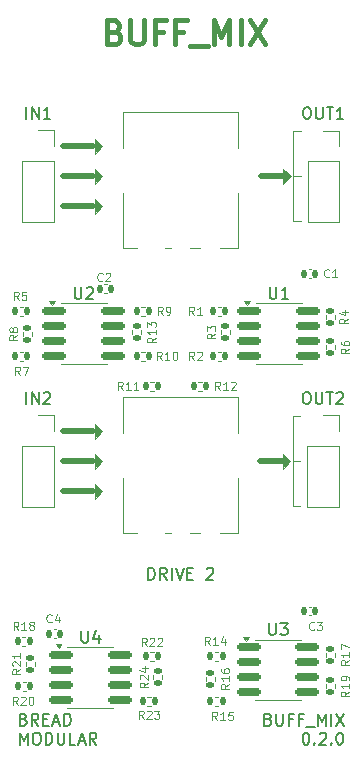
<source format=gbr>
%TF.GenerationSoftware,KiCad,Pcbnew,8.0.5*%
%TF.CreationDate,2024-11-15T23:36:42+05:30*%
%TF.ProjectId,buff_mix,62756666-5f6d-4697-982e-6b696361645f,rev?*%
%TF.SameCoordinates,Original*%
%TF.FileFunction,Legend,Top*%
%TF.FilePolarity,Positive*%
%FSLAX46Y46*%
G04 Gerber Fmt 4.6, Leading zero omitted, Abs format (unit mm)*
G04 Created by KiCad (PCBNEW 8.0.5) date 2024-11-15 23:36:42*
%MOMM*%
%LPD*%
G01*
G04 APERTURE LIST*
G04 Aperture macros list*
%AMRoundRect*
0 Rectangle with rounded corners*
0 $1 Rounding radius*
0 $2 $3 $4 $5 $6 $7 $8 $9 X,Y pos of 4 corners*
0 Add a 4 corners polygon primitive as box body*
4,1,4,$2,$3,$4,$5,$6,$7,$8,$9,$2,$3,0*
0 Add four circle primitives for the rounded corners*
1,1,$1+$1,$2,$3*
1,1,$1+$1,$4,$5*
1,1,$1+$1,$6,$7*
1,1,$1+$1,$8,$9*
0 Add four rect primitives between the rounded corners*
20,1,$1+$1,$2,$3,$4,$5,0*
20,1,$1+$1,$4,$5,$6,$7,0*
20,1,$1+$1,$6,$7,$8,$9,0*
20,1,$1+$1,$8,$9,$2,$3,0*%
G04 Aperture macros list end*
%ADD10C,0.100000*%
%ADD11C,0.500000*%
%ADD12C,0.150000*%
%ADD13C,0.200000*%
%ADD14C,0.400000*%
%ADD15C,0.120000*%
%ADD16R,2.290000X3.000000*%
%ADD17RoundRect,0.150000X-0.825000X-0.150000X0.825000X-0.150000X0.825000X0.150000X-0.825000X0.150000X0*%
%ADD18R,1.800000X1.800000*%
%ADD19C,1.800000*%
%ADD20O,2.720000X3.240000*%
%ADD21RoundRect,0.135000X0.185000X-0.135000X0.185000X0.135000X-0.185000X0.135000X-0.185000X-0.135000X0*%
%ADD22RoundRect,0.135000X0.135000X0.185000X-0.135000X0.185000X-0.135000X-0.185000X0.135000X-0.185000X0*%
%ADD23RoundRect,0.135000X-0.135000X-0.185000X0.135000X-0.185000X0.135000X0.185000X-0.135000X0.185000X0*%
%ADD24R,1.700000X1.700000*%
%ADD25O,1.700000X1.700000*%
%ADD26RoundRect,0.140000X0.140000X0.170000X-0.140000X0.170000X-0.140000X-0.170000X0.140000X-0.170000X0*%
G04 APERTURE END LIST*
D10*
X71755000Y-83820000D02*
X72390000Y-83820000D01*
X71755000Y-87630000D02*
X72390000Y-87630000D01*
X71539500Y-83805000D02*
X70904500Y-84440000D01*
X70904500Y-83170000D01*
X71539500Y-83805000D01*
G36*
X71539500Y-83805000D02*
G01*
X70904500Y-84440000D01*
X70904500Y-83170000D01*
X71539500Y-83805000D01*
G37*
D11*
X68999500Y-83805000D02*
X70904500Y-83805000D01*
D10*
X71755000Y-80010000D02*
X71755000Y-87630000D01*
X72390000Y-80010000D02*
X71755000Y-80010000D01*
D11*
X52324000Y-83820000D02*
X54864000Y-83820000D01*
D10*
X55626000Y-81295000D02*
X54991000Y-81930000D01*
X54991000Y-80660000D01*
X55626000Y-81295000D01*
G36*
X55626000Y-81295000D02*
G01*
X54991000Y-81930000D01*
X54991000Y-80660000D01*
X55626000Y-81295000D01*
G37*
X55626000Y-83835000D02*
X54991000Y-84470000D01*
X54991000Y-83200000D01*
X55626000Y-83835000D01*
G36*
X55626000Y-83835000D02*
G01*
X54991000Y-84470000D01*
X54991000Y-83200000D01*
X55626000Y-83835000D01*
G37*
D11*
X52324000Y-81280000D02*
X54864000Y-81280000D01*
X52324000Y-86360000D02*
X54864000Y-86360000D01*
D10*
X55626000Y-86375000D02*
X54991000Y-87010000D01*
X54991000Y-85740000D01*
X55626000Y-86375000D01*
G36*
X55626000Y-86375000D02*
G01*
X54991000Y-87010000D01*
X54991000Y-85740000D01*
X55626000Y-86375000D01*
G37*
X71564500Y-59690000D02*
X70929500Y-60325000D01*
X70929500Y-59055000D01*
X71564500Y-59690000D01*
G36*
X71564500Y-59690000D02*
G01*
X70929500Y-60325000D01*
X70929500Y-59055000D01*
X71564500Y-59690000D01*
G37*
D11*
X69024500Y-59690000D02*
X70929500Y-59690000D01*
D10*
X71780000Y-63515000D02*
X72415000Y-63515000D01*
X71780000Y-55895000D02*
X71780000Y-63515000D01*
X72415000Y-55895000D02*
X71780000Y-55895000D01*
X55626000Y-62230000D02*
X54991000Y-62865000D01*
X54991000Y-61595000D01*
X55626000Y-62230000D01*
G36*
X55626000Y-62230000D02*
G01*
X54991000Y-62865000D01*
X54991000Y-61595000D01*
X55626000Y-62230000D01*
G37*
D11*
X52324000Y-62215000D02*
X54864000Y-62215000D01*
X52324000Y-57135000D02*
X54864000Y-57135000D01*
D10*
X55626000Y-57150000D02*
X54991000Y-57785000D01*
X54991000Y-56515000D01*
X55626000Y-57150000D01*
G36*
X55626000Y-57150000D02*
G01*
X54991000Y-57785000D01*
X54991000Y-56515000D01*
X55626000Y-57150000D01*
G37*
X55626000Y-59690000D02*
X54991000Y-60325000D01*
X54991000Y-59055000D01*
X55626000Y-59690000D01*
G36*
X55626000Y-59690000D02*
G01*
X54991000Y-60325000D01*
X54991000Y-59055000D01*
X55626000Y-59690000D01*
G37*
D11*
X52324000Y-59675000D02*
X54864000Y-59675000D01*
D12*
X59491905Y-93849819D02*
X59491905Y-92849819D01*
X59491905Y-92849819D02*
X59730000Y-92849819D01*
X59730000Y-92849819D02*
X59872857Y-92897438D01*
X59872857Y-92897438D02*
X59968095Y-92992676D01*
X59968095Y-92992676D02*
X60015714Y-93087914D01*
X60015714Y-93087914D02*
X60063333Y-93278390D01*
X60063333Y-93278390D02*
X60063333Y-93421247D01*
X60063333Y-93421247D02*
X60015714Y-93611723D01*
X60015714Y-93611723D02*
X59968095Y-93706961D01*
X59968095Y-93706961D02*
X59872857Y-93802200D01*
X59872857Y-93802200D02*
X59730000Y-93849819D01*
X59730000Y-93849819D02*
X59491905Y-93849819D01*
X61063333Y-93849819D02*
X60730000Y-93373628D01*
X60491905Y-93849819D02*
X60491905Y-92849819D01*
X60491905Y-92849819D02*
X60872857Y-92849819D01*
X60872857Y-92849819D02*
X60968095Y-92897438D01*
X60968095Y-92897438D02*
X61015714Y-92945057D01*
X61015714Y-92945057D02*
X61063333Y-93040295D01*
X61063333Y-93040295D02*
X61063333Y-93183152D01*
X61063333Y-93183152D02*
X61015714Y-93278390D01*
X61015714Y-93278390D02*
X60968095Y-93326009D01*
X60968095Y-93326009D02*
X60872857Y-93373628D01*
X60872857Y-93373628D02*
X60491905Y-93373628D01*
X61491905Y-93849819D02*
X61491905Y-92849819D01*
X61825238Y-92849819D02*
X62158571Y-93849819D01*
X62158571Y-93849819D02*
X62491904Y-92849819D01*
X62825238Y-93326009D02*
X63158571Y-93326009D01*
X63301428Y-93849819D02*
X62825238Y-93849819D01*
X62825238Y-93849819D02*
X62825238Y-92849819D01*
X62825238Y-92849819D02*
X63301428Y-92849819D01*
X64444286Y-92945057D02*
X64491905Y-92897438D01*
X64491905Y-92897438D02*
X64587143Y-92849819D01*
X64587143Y-92849819D02*
X64825238Y-92849819D01*
X64825238Y-92849819D02*
X64920476Y-92897438D01*
X64920476Y-92897438D02*
X64968095Y-92945057D01*
X64968095Y-92945057D02*
X65015714Y-93040295D01*
X65015714Y-93040295D02*
X65015714Y-93135533D01*
X65015714Y-93135533D02*
X64968095Y-93278390D01*
X64968095Y-93278390D02*
X64396667Y-93849819D01*
X64396667Y-93849819D02*
X65015714Y-93849819D01*
D13*
X69671612Y-105683465D02*
X69814469Y-105731084D01*
X69814469Y-105731084D02*
X69862088Y-105778703D01*
X69862088Y-105778703D02*
X69909707Y-105873941D01*
X69909707Y-105873941D02*
X69909707Y-106016798D01*
X69909707Y-106016798D02*
X69862088Y-106112036D01*
X69862088Y-106112036D02*
X69814469Y-106159656D01*
X69814469Y-106159656D02*
X69719231Y-106207275D01*
X69719231Y-106207275D02*
X69338279Y-106207275D01*
X69338279Y-106207275D02*
X69338279Y-105207275D01*
X69338279Y-105207275D02*
X69671612Y-105207275D01*
X69671612Y-105207275D02*
X69766850Y-105254894D01*
X69766850Y-105254894D02*
X69814469Y-105302513D01*
X69814469Y-105302513D02*
X69862088Y-105397751D01*
X69862088Y-105397751D02*
X69862088Y-105492989D01*
X69862088Y-105492989D02*
X69814469Y-105588227D01*
X69814469Y-105588227D02*
X69766850Y-105635846D01*
X69766850Y-105635846D02*
X69671612Y-105683465D01*
X69671612Y-105683465D02*
X69338279Y-105683465D01*
X70338279Y-105207275D02*
X70338279Y-106016798D01*
X70338279Y-106016798D02*
X70385898Y-106112036D01*
X70385898Y-106112036D02*
X70433517Y-106159656D01*
X70433517Y-106159656D02*
X70528755Y-106207275D01*
X70528755Y-106207275D02*
X70719231Y-106207275D01*
X70719231Y-106207275D02*
X70814469Y-106159656D01*
X70814469Y-106159656D02*
X70862088Y-106112036D01*
X70862088Y-106112036D02*
X70909707Y-106016798D01*
X70909707Y-106016798D02*
X70909707Y-105207275D01*
X71719231Y-105683465D02*
X71385898Y-105683465D01*
X71385898Y-106207275D02*
X71385898Y-105207275D01*
X71385898Y-105207275D02*
X71862088Y-105207275D01*
X72576374Y-105683465D02*
X72243041Y-105683465D01*
X72243041Y-106207275D02*
X72243041Y-105207275D01*
X72243041Y-105207275D02*
X72719231Y-105207275D01*
X72862089Y-106302513D02*
X73623993Y-106302513D01*
X73862089Y-106207275D02*
X73862089Y-105207275D01*
X73862089Y-105207275D02*
X74195422Y-105921560D01*
X74195422Y-105921560D02*
X74528755Y-105207275D01*
X74528755Y-105207275D02*
X74528755Y-106207275D01*
X75004946Y-106207275D02*
X75004946Y-105207275D01*
X75385898Y-105207275D02*
X76052564Y-106207275D01*
X76052564Y-105207275D02*
X75385898Y-106207275D01*
X72814470Y-106817219D02*
X72909708Y-106817219D01*
X72909708Y-106817219D02*
X73004946Y-106864838D01*
X73004946Y-106864838D02*
X73052565Y-106912457D01*
X73052565Y-106912457D02*
X73100184Y-107007695D01*
X73100184Y-107007695D02*
X73147803Y-107198171D01*
X73147803Y-107198171D02*
X73147803Y-107436266D01*
X73147803Y-107436266D02*
X73100184Y-107626742D01*
X73100184Y-107626742D02*
X73052565Y-107721980D01*
X73052565Y-107721980D02*
X73004946Y-107769600D01*
X73004946Y-107769600D02*
X72909708Y-107817219D01*
X72909708Y-107817219D02*
X72814470Y-107817219D01*
X72814470Y-107817219D02*
X72719232Y-107769600D01*
X72719232Y-107769600D02*
X72671613Y-107721980D01*
X72671613Y-107721980D02*
X72623994Y-107626742D01*
X72623994Y-107626742D02*
X72576375Y-107436266D01*
X72576375Y-107436266D02*
X72576375Y-107198171D01*
X72576375Y-107198171D02*
X72623994Y-107007695D01*
X72623994Y-107007695D02*
X72671613Y-106912457D01*
X72671613Y-106912457D02*
X72719232Y-106864838D01*
X72719232Y-106864838D02*
X72814470Y-106817219D01*
X73576375Y-107721980D02*
X73623994Y-107769600D01*
X73623994Y-107769600D02*
X73576375Y-107817219D01*
X73576375Y-107817219D02*
X73528756Y-107769600D01*
X73528756Y-107769600D02*
X73576375Y-107721980D01*
X73576375Y-107721980D02*
X73576375Y-107817219D01*
X74004946Y-106912457D02*
X74052565Y-106864838D01*
X74052565Y-106864838D02*
X74147803Y-106817219D01*
X74147803Y-106817219D02*
X74385898Y-106817219D01*
X74385898Y-106817219D02*
X74481136Y-106864838D01*
X74481136Y-106864838D02*
X74528755Y-106912457D01*
X74528755Y-106912457D02*
X74576374Y-107007695D01*
X74576374Y-107007695D02*
X74576374Y-107102933D01*
X74576374Y-107102933D02*
X74528755Y-107245790D01*
X74528755Y-107245790D02*
X73957327Y-107817219D01*
X73957327Y-107817219D02*
X74576374Y-107817219D01*
X75004946Y-107721980D02*
X75052565Y-107769600D01*
X75052565Y-107769600D02*
X75004946Y-107817219D01*
X75004946Y-107817219D02*
X74957327Y-107769600D01*
X74957327Y-107769600D02*
X75004946Y-107721980D01*
X75004946Y-107721980D02*
X75004946Y-107817219D01*
X75671612Y-106817219D02*
X75766850Y-106817219D01*
X75766850Y-106817219D02*
X75862088Y-106864838D01*
X75862088Y-106864838D02*
X75909707Y-106912457D01*
X75909707Y-106912457D02*
X75957326Y-107007695D01*
X75957326Y-107007695D02*
X76004945Y-107198171D01*
X76004945Y-107198171D02*
X76004945Y-107436266D01*
X76004945Y-107436266D02*
X75957326Y-107626742D01*
X75957326Y-107626742D02*
X75909707Y-107721980D01*
X75909707Y-107721980D02*
X75862088Y-107769600D01*
X75862088Y-107769600D02*
X75766850Y-107817219D01*
X75766850Y-107817219D02*
X75671612Y-107817219D01*
X75671612Y-107817219D02*
X75576374Y-107769600D01*
X75576374Y-107769600D02*
X75528755Y-107721980D01*
X75528755Y-107721980D02*
X75481136Y-107626742D01*
X75481136Y-107626742D02*
X75433517Y-107436266D01*
X75433517Y-107436266D02*
X75433517Y-107198171D01*
X75433517Y-107198171D02*
X75481136Y-107007695D01*
X75481136Y-107007695D02*
X75528755Y-106912457D01*
X75528755Y-106912457D02*
X75576374Y-106864838D01*
X75576374Y-106864838D02*
X75671612Y-106817219D01*
D14*
X56651014Y-47454819D02*
X56936728Y-47550057D01*
X56936728Y-47550057D02*
X57031966Y-47645295D01*
X57031966Y-47645295D02*
X57127204Y-47835771D01*
X57127204Y-47835771D02*
X57127204Y-48121485D01*
X57127204Y-48121485D02*
X57031966Y-48311961D01*
X57031966Y-48311961D02*
X56936728Y-48407200D01*
X56936728Y-48407200D02*
X56746252Y-48502438D01*
X56746252Y-48502438D02*
X55984347Y-48502438D01*
X55984347Y-48502438D02*
X55984347Y-46502438D01*
X55984347Y-46502438D02*
X56651014Y-46502438D01*
X56651014Y-46502438D02*
X56841490Y-46597676D01*
X56841490Y-46597676D02*
X56936728Y-46692914D01*
X56936728Y-46692914D02*
X57031966Y-46883390D01*
X57031966Y-46883390D02*
X57031966Y-47073866D01*
X57031966Y-47073866D02*
X56936728Y-47264342D01*
X56936728Y-47264342D02*
X56841490Y-47359580D01*
X56841490Y-47359580D02*
X56651014Y-47454819D01*
X56651014Y-47454819D02*
X55984347Y-47454819D01*
X57984347Y-46502438D02*
X57984347Y-48121485D01*
X57984347Y-48121485D02*
X58079585Y-48311961D01*
X58079585Y-48311961D02*
X58174823Y-48407200D01*
X58174823Y-48407200D02*
X58365299Y-48502438D01*
X58365299Y-48502438D02*
X58746252Y-48502438D01*
X58746252Y-48502438D02*
X58936728Y-48407200D01*
X58936728Y-48407200D02*
X59031966Y-48311961D01*
X59031966Y-48311961D02*
X59127204Y-48121485D01*
X59127204Y-48121485D02*
X59127204Y-46502438D01*
X60746252Y-47454819D02*
X60079585Y-47454819D01*
X60079585Y-48502438D02*
X60079585Y-46502438D01*
X60079585Y-46502438D02*
X61031966Y-46502438D01*
X62460538Y-47454819D02*
X61793871Y-47454819D01*
X61793871Y-48502438D02*
X61793871Y-46502438D01*
X61793871Y-46502438D02*
X62746252Y-46502438D01*
X63031967Y-48692914D02*
X64555776Y-48692914D01*
X65031967Y-48502438D02*
X65031967Y-46502438D01*
X65031967Y-46502438D02*
X65698634Y-47931009D01*
X65698634Y-47931009D02*
X66365300Y-46502438D01*
X66365300Y-46502438D02*
X66365300Y-48502438D01*
X67317681Y-48502438D02*
X67317681Y-46502438D01*
X68079586Y-46502438D02*
X69412919Y-48502438D01*
X69412919Y-46502438D02*
X68079586Y-48502438D01*
D13*
X48963006Y-105683465D02*
X49105863Y-105731084D01*
X49105863Y-105731084D02*
X49153482Y-105778703D01*
X49153482Y-105778703D02*
X49201101Y-105873941D01*
X49201101Y-105873941D02*
X49201101Y-106016798D01*
X49201101Y-106016798D02*
X49153482Y-106112036D01*
X49153482Y-106112036D02*
X49105863Y-106159656D01*
X49105863Y-106159656D02*
X49010625Y-106207275D01*
X49010625Y-106207275D02*
X48629673Y-106207275D01*
X48629673Y-106207275D02*
X48629673Y-105207275D01*
X48629673Y-105207275D02*
X48963006Y-105207275D01*
X48963006Y-105207275D02*
X49058244Y-105254894D01*
X49058244Y-105254894D02*
X49105863Y-105302513D01*
X49105863Y-105302513D02*
X49153482Y-105397751D01*
X49153482Y-105397751D02*
X49153482Y-105492989D01*
X49153482Y-105492989D02*
X49105863Y-105588227D01*
X49105863Y-105588227D02*
X49058244Y-105635846D01*
X49058244Y-105635846D02*
X48963006Y-105683465D01*
X48963006Y-105683465D02*
X48629673Y-105683465D01*
X50201101Y-106207275D02*
X49867768Y-105731084D01*
X49629673Y-106207275D02*
X49629673Y-105207275D01*
X49629673Y-105207275D02*
X50010625Y-105207275D01*
X50010625Y-105207275D02*
X50105863Y-105254894D01*
X50105863Y-105254894D02*
X50153482Y-105302513D01*
X50153482Y-105302513D02*
X50201101Y-105397751D01*
X50201101Y-105397751D02*
X50201101Y-105540608D01*
X50201101Y-105540608D02*
X50153482Y-105635846D01*
X50153482Y-105635846D02*
X50105863Y-105683465D01*
X50105863Y-105683465D02*
X50010625Y-105731084D01*
X50010625Y-105731084D02*
X49629673Y-105731084D01*
X50629673Y-105683465D02*
X50963006Y-105683465D01*
X51105863Y-106207275D02*
X50629673Y-106207275D01*
X50629673Y-106207275D02*
X50629673Y-105207275D01*
X50629673Y-105207275D02*
X51105863Y-105207275D01*
X51486816Y-105921560D02*
X51963006Y-105921560D01*
X51391578Y-106207275D02*
X51724911Y-105207275D01*
X51724911Y-105207275D02*
X52058244Y-106207275D01*
X52391578Y-106207275D02*
X52391578Y-105207275D01*
X52391578Y-105207275D02*
X52629673Y-105207275D01*
X52629673Y-105207275D02*
X52772530Y-105254894D01*
X52772530Y-105254894D02*
X52867768Y-105350132D01*
X52867768Y-105350132D02*
X52915387Y-105445370D01*
X52915387Y-105445370D02*
X52963006Y-105635846D01*
X52963006Y-105635846D02*
X52963006Y-105778703D01*
X52963006Y-105778703D02*
X52915387Y-105969179D01*
X52915387Y-105969179D02*
X52867768Y-106064417D01*
X52867768Y-106064417D02*
X52772530Y-106159656D01*
X52772530Y-106159656D02*
X52629673Y-106207275D01*
X52629673Y-106207275D02*
X52391578Y-106207275D01*
X48629673Y-107817219D02*
X48629673Y-106817219D01*
X48629673Y-106817219D02*
X48963006Y-107531504D01*
X48963006Y-107531504D02*
X49296339Y-106817219D01*
X49296339Y-106817219D02*
X49296339Y-107817219D01*
X49963006Y-106817219D02*
X50153482Y-106817219D01*
X50153482Y-106817219D02*
X50248720Y-106864838D01*
X50248720Y-106864838D02*
X50343958Y-106960076D01*
X50343958Y-106960076D02*
X50391577Y-107150552D01*
X50391577Y-107150552D02*
X50391577Y-107483885D01*
X50391577Y-107483885D02*
X50343958Y-107674361D01*
X50343958Y-107674361D02*
X50248720Y-107769600D01*
X50248720Y-107769600D02*
X50153482Y-107817219D01*
X50153482Y-107817219D02*
X49963006Y-107817219D01*
X49963006Y-107817219D02*
X49867768Y-107769600D01*
X49867768Y-107769600D02*
X49772530Y-107674361D01*
X49772530Y-107674361D02*
X49724911Y-107483885D01*
X49724911Y-107483885D02*
X49724911Y-107150552D01*
X49724911Y-107150552D02*
X49772530Y-106960076D01*
X49772530Y-106960076D02*
X49867768Y-106864838D01*
X49867768Y-106864838D02*
X49963006Y-106817219D01*
X50820149Y-107817219D02*
X50820149Y-106817219D01*
X50820149Y-106817219D02*
X51058244Y-106817219D01*
X51058244Y-106817219D02*
X51201101Y-106864838D01*
X51201101Y-106864838D02*
X51296339Y-106960076D01*
X51296339Y-106960076D02*
X51343958Y-107055314D01*
X51343958Y-107055314D02*
X51391577Y-107245790D01*
X51391577Y-107245790D02*
X51391577Y-107388647D01*
X51391577Y-107388647D02*
X51343958Y-107579123D01*
X51343958Y-107579123D02*
X51296339Y-107674361D01*
X51296339Y-107674361D02*
X51201101Y-107769600D01*
X51201101Y-107769600D02*
X51058244Y-107817219D01*
X51058244Y-107817219D02*
X50820149Y-107817219D01*
X51820149Y-106817219D02*
X51820149Y-107626742D01*
X51820149Y-107626742D02*
X51867768Y-107721980D01*
X51867768Y-107721980D02*
X51915387Y-107769600D01*
X51915387Y-107769600D02*
X52010625Y-107817219D01*
X52010625Y-107817219D02*
X52201101Y-107817219D01*
X52201101Y-107817219D02*
X52296339Y-107769600D01*
X52296339Y-107769600D02*
X52343958Y-107721980D01*
X52343958Y-107721980D02*
X52391577Y-107626742D01*
X52391577Y-107626742D02*
X52391577Y-106817219D01*
X53343958Y-107817219D02*
X52867768Y-107817219D01*
X52867768Y-107817219D02*
X52867768Y-106817219D01*
X53629673Y-107531504D02*
X54105863Y-107531504D01*
X53534435Y-107817219D02*
X53867768Y-106817219D01*
X53867768Y-106817219D02*
X54201101Y-107817219D01*
X55105863Y-107817219D02*
X54772530Y-107341028D01*
X54534435Y-107817219D02*
X54534435Y-106817219D01*
X54534435Y-106817219D02*
X54915387Y-106817219D01*
X54915387Y-106817219D02*
X55010625Y-106864838D01*
X55010625Y-106864838D02*
X55058244Y-106912457D01*
X55058244Y-106912457D02*
X55105863Y-107007695D01*
X55105863Y-107007695D02*
X55105863Y-107150552D01*
X55105863Y-107150552D02*
X55058244Y-107245790D01*
X55058244Y-107245790D02*
X55010625Y-107293409D01*
X55010625Y-107293409D02*
X54915387Y-107341028D01*
X54915387Y-107341028D02*
X54534435Y-107341028D01*
D10*
X71780000Y-59705000D02*
X72415000Y-59705000D01*
D12*
X53848095Y-98174819D02*
X53848095Y-98984342D01*
X53848095Y-98984342D02*
X53895714Y-99079580D01*
X53895714Y-99079580D02*
X53943333Y-99127200D01*
X53943333Y-99127200D02*
X54038571Y-99174819D01*
X54038571Y-99174819D02*
X54229047Y-99174819D01*
X54229047Y-99174819D02*
X54324285Y-99127200D01*
X54324285Y-99127200D02*
X54371904Y-99079580D01*
X54371904Y-99079580D02*
X54419523Y-98984342D01*
X54419523Y-98984342D02*
X54419523Y-98174819D01*
X55324285Y-98508152D02*
X55324285Y-99174819D01*
X55086190Y-98127200D02*
X54848095Y-98841485D01*
X54848095Y-98841485D02*
X55467142Y-98841485D01*
X69723095Y-97539819D02*
X69723095Y-98349342D01*
X69723095Y-98349342D02*
X69770714Y-98444580D01*
X69770714Y-98444580D02*
X69818333Y-98492200D01*
X69818333Y-98492200D02*
X69913571Y-98539819D01*
X69913571Y-98539819D02*
X70104047Y-98539819D01*
X70104047Y-98539819D02*
X70199285Y-98492200D01*
X70199285Y-98492200D02*
X70246904Y-98444580D01*
X70246904Y-98444580D02*
X70294523Y-98349342D01*
X70294523Y-98349342D02*
X70294523Y-97539819D01*
X70675476Y-97539819D02*
X71294523Y-97539819D01*
X71294523Y-97539819D02*
X70961190Y-97920771D01*
X70961190Y-97920771D02*
X71104047Y-97920771D01*
X71104047Y-97920771D02*
X71199285Y-97968390D01*
X71199285Y-97968390D02*
X71246904Y-98016009D01*
X71246904Y-98016009D02*
X71294523Y-98111247D01*
X71294523Y-98111247D02*
X71294523Y-98349342D01*
X71294523Y-98349342D02*
X71246904Y-98444580D01*
X71246904Y-98444580D02*
X71199285Y-98492200D01*
X71199285Y-98492200D02*
X71104047Y-98539819D01*
X71104047Y-98539819D02*
X70818333Y-98539819D01*
X70818333Y-98539819D02*
X70723095Y-98492200D01*
X70723095Y-98492200D02*
X70675476Y-98444580D01*
X53278095Y-69079819D02*
X53278095Y-69889342D01*
X53278095Y-69889342D02*
X53325714Y-69984580D01*
X53325714Y-69984580D02*
X53373333Y-70032200D01*
X53373333Y-70032200D02*
X53468571Y-70079819D01*
X53468571Y-70079819D02*
X53659047Y-70079819D01*
X53659047Y-70079819D02*
X53754285Y-70032200D01*
X53754285Y-70032200D02*
X53801904Y-69984580D01*
X53801904Y-69984580D02*
X53849523Y-69889342D01*
X53849523Y-69889342D02*
X53849523Y-69079819D01*
X54278095Y-69175057D02*
X54325714Y-69127438D01*
X54325714Y-69127438D02*
X54420952Y-69079819D01*
X54420952Y-69079819D02*
X54659047Y-69079819D01*
X54659047Y-69079819D02*
X54754285Y-69127438D01*
X54754285Y-69127438D02*
X54801904Y-69175057D01*
X54801904Y-69175057D02*
X54849523Y-69270295D01*
X54849523Y-69270295D02*
X54849523Y-69365533D01*
X54849523Y-69365533D02*
X54801904Y-69508390D01*
X54801904Y-69508390D02*
X54230476Y-70079819D01*
X54230476Y-70079819D02*
X54849523Y-70079819D01*
X69788095Y-69079819D02*
X69788095Y-69889342D01*
X69788095Y-69889342D02*
X69835714Y-69984580D01*
X69835714Y-69984580D02*
X69883333Y-70032200D01*
X69883333Y-70032200D02*
X69978571Y-70079819D01*
X69978571Y-70079819D02*
X70169047Y-70079819D01*
X70169047Y-70079819D02*
X70264285Y-70032200D01*
X70264285Y-70032200D02*
X70311904Y-69984580D01*
X70311904Y-69984580D02*
X70359523Y-69889342D01*
X70359523Y-69889342D02*
X70359523Y-69079819D01*
X71359523Y-70079819D02*
X70788095Y-70079819D01*
X71073809Y-70079819D02*
X71073809Y-69079819D01*
X71073809Y-69079819D02*
X70978571Y-69222676D01*
X70978571Y-69222676D02*
X70883333Y-69317914D01*
X70883333Y-69317914D02*
X70788095Y-69365533D01*
D10*
X59473633Y-102560000D02*
X59140300Y-102793333D01*
X59473633Y-102960000D02*
X58773633Y-102960000D01*
X58773633Y-102960000D02*
X58773633Y-102693333D01*
X58773633Y-102693333D02*
X58806966Y-102626667D01*
X58806966Y-102626667D02*
X58840300Y-102593333D01*
X58840300Y-102593333D02*
X58906966Y-102560000D01*
X58906966Y-102560000D02*
X59006966Y-102560000D01*
X59006966Y-102560000D02*
X59073633Y-102593333D01*
X59073633Y-102593333D02*
X59106966Y-102626667D01*
X59106966Y-102626667D02*
X59140300Y-102693333D01*
X59140300Y-102693333D02*
X59140300Y-102960000D01*
X58840300Y-102293333D02*
X58806966Y-102260000D01*
X58806966Y-102260000D02*
X58773633Y-102193333D01*
X58773633Y-102193333D02*
X58773633Y-102026667D01*
X58773633Y-102026667D02*
X58806966Y-101960000D01*
X58806966Y-101960000D02*
X58840300Y-101926667D01*
X58840300Y-101926667D02*
X58906966Y-101893333D01*
X58906966Y-101893333D02*
X58973633Y-101893333D01*
X58973633Y-101893333D02*
X59073633Y-101926667D01*
X59073633Y-101926667D02*
X59473633Y-102326667D01*
X59473633Y-102326667D02*
X59473633Y-101893333D01*
X59006966Y-101293333D02*
X59473633Y-101293333D01*
X58740300Y-101460000D02*
X59240300Y-101626666D01*
X59240300Y-101626666D02*
X59240300Y-101193333D01*
X59114999Y-105628633D02*
X58881666Y-105295300D01*
X58714999Y-105628633D02*
X58714999Y-104928633D01*
X58714999Y-104928633D02*
X58981666Y-104928633D01*
X58981666Y-104928633D02*
X59048333Y-104961966D01*
X59048333Y-104961966D02*
X59081666Y-104995300D01*
X59081666Y-104995300D02*
X59114999Y-105061966D01*
X59114999Y-105061966D02*
X59114999Y-105161966D01*
X59114999Y-105161966D02*
X59081666Y-105228633D01*
X59081666Y-105228633D02*
X59048333Y-105261966D01*
X59048333Y-105261966D02*
X58981666Y-105295300D01*
X58981666Y-105295300D02*
X58714999Y-105295300D01*
X59381666Y-104995300D02*
X59414999Y-104961966D01*
X59414999Y-104961966D02*
X59481666Y-104928633D01*
X59481666Y-104928633D02*
X59648333Y-104928633D01*
X59648333Y-104928633D02*
X59714999Y-104961966D01*
X59714999Y-104961966D02*
X59748333Y-104995300D01*
X59748333Y-104995300D02*
X59781666Y-105061966D01*
X59781666Y-105061966D02*
X59781666Y-105128633D01*
X59781666Y-105128633D02*
X59748333Y-105228633D01*
X59748333Y-105228633D02*
X59348333Y-105628633D01*
X59348333Y-105628633D02*
X59781666Y-105628633D01*
X60015000Y-104928633D02*
X60448333Y-104928633D01*
X60448333Y-104928633D02*
X60215000Y-105195300D01*
X60215000Y-105195300D02*
X60315000Y-105195300D01*
X60315000Y-105195300D02*
X60381666Y-105228633D01*
X60381666Y-105228633D02*
X60415000Y-105261966D01*
X60415000Y-105261966D02*
X60448333Y-105328633D01*
X60448333Y-105328633D02*
X60448333Y-105495300D01*
X60448333Y-105495300D02*
X60415000Y-105561966D01*
X60415000Y-105561966D02*
X60381666Y-105595300D01*
X60381666Y-105595300D02*
X60315000Y-105628633D01*
X60315000Y-105628633D02*
X60115000Y-105628633D01*
X60115000Y-105628633D02*
X60048333Y-105595300D01*
X60048333Y-105595300D02*
X60015000Y-105561966D01*
X59364999Y-99478633D02*
X59131666Y-99145300D01*
X58964999Y-99478633D02*
X58964999Y-98778633D01*
X58964999Y-98778633D02*
X59231666Y-98778633D01*
X59231666Y-98778633D02*
X59298333Y-98811966D01*
X59298333Y-98811966D02*
X59331666Y-98845300D01*
X59331666Y-98845300D02*
X59364999Y-98911966D01*
X59364999Y-98911966D02*
X59364999Y-99011966D01*
X59364999Y-99011966D02*
X59331666Y-99078633D01*
X59331666Y-99078633D02*
X59298333Y-99111966D01*
X59298333Y-99111966D02*
X59231666Y-99145300D01*
X59231666Y-99145300D02*
X58964999Y-99145300D01*
X59631666Y-98845300D02*
X59664999Y-98811966D01*
X59664999Y-98811966D02*
X59731666Y-98778633D01*
X59731666Y-98778633D02*
X59898333Y-98778633D01*
X59898333Y-98778633D02*
X59964999Y-98811966D01*
X59964999Y-98811966D02*
X59998333Y-98845300D01*
X59998333Y-98845300D02*
X60031666Y-98911966D01*
X60031666Y-98911966D02*
X60031666Y-98978633D01*
X60031666Y-98978633D02*
X59998333Y-99078633D01*
X59998333Y-99078633D02*
X59598333Y-99478633D01*
X59598333Y-99478633D02*
X60031666Y-99478633D01*
X60298333Y-98845300D02*
X60331666Y-98811966D01*
X60331666Y-98811966D02*
X60398333Y-98778633D01*
X60398333Y-98778633D02*
X60565000Y-98778633D01*
X60565000Y-98778633D02*
X60631666Y-98811966D01*
X60631666Y-98811966D02*
X60665000Y-98845300D01*
X60665000Y-98845300D02*
X60698333Y-98911966D01*
X60698333Y-98911966D02*
X60698333Y-98978633D01*
X60698333Y-98978633D02*
X60665000Y-99078633D01*
X60665000Y-99078633D02*
X60265000Y-99478633D01*
X60265000Y-99478633D02*
X60698333Y-99478633D01*
X48678633Y-101415000D02*
X48345300Y-101648333D01*
X48678633Y-101815000D02*
X47978633Y-101815000D01*
X47978633Y-101815000D02*
X47978633Y-101548333D01*
X47978633Y-101548333D02*
X48011966Y-101481667D01*
X48011966Y-101481667D02*
X48045300Y-101448333D01*
X48045300Y-101448333D02*
X48111966Y-101415000D01*
X48111966Y-101415000D02*
X48211966Y-101415000D01*
X48211966Y-101415000D02*
X48278633Y-101448333D01*
X48278633Y-101448333D02*
X48311966Y-101481667D01*
X48311966Y-101481667D02*
X48345300Y-101548333D01*
X48345300Y-101548333D02*
X48345300Y-101815000D01*
X48045300Y-101148333D02*
X48011966Y-101115000D01*
X48011966Y-101115000D02*
X47978633Y-101048333D01*
X47978633Y-101048333D02*
X47978633Y-100881667D01*
X47978633Y-100881667D02*
X48011966Y-100815000D01*
X48011966Y-100815000D02*
X48045300Y-100781667D01*
X48045300Y-100781667D02*
X48111966Y-100748333D01*
X48111966Y-100748333D02*
X48178633Y-100748333D01*
X48178633Y-100748333D02*
X48278633Y-100781667D01*
X48278633Y-100781667D02*
X48678633Y-101181667D01*
X48678633Y-101181667D02*
X48678633Y-100748333D01*
X48678633Y-100081666D02*
X48678633Y-100481666D01*
X48678633Y-100281666D02*
X47978633Y-100281666D01*
X47978633Y-100281666D02*
X48078633Y-100348333D01*
X48078633Y-100348333D02*
X48145300Y-100415000D01*
X48145300Y-100415000D02*
X48178633Y-100481666D01*
X48444999Y-104458633D02*
X48211666Y-104125300D01*
X48044999Y-104458633D02*
X48044999Y-103758633D01*
X48044999Y-103758633D02*
X48311666Y-103758633D01*
X48311666Y-103758633D02*
X48378333Y-103791966D01*
X48378333Y-103791966D02*
X48411666Y-103825300D01*
X48411666Y-103825300D02*
X48444999Y-103891966D01*
X48444999Y-103891966D02*
X48444999Y-103991966D01*
X48444999Y-103991966D02*
X48411666Y-104058633D01*
X48411666Y-104058633D02*
X48378333Y-104091966D01*
X48378333Y-104091966D02*
X48311666Y-104125300D01*
X48311666Y-104125300D02*
X48044999Y-104125300D01*
X48711666Y-103825300D02*
X48744999Y-103791966D01*
X48744999Y-103791966D02*
X48811666Y-103758633D01*
X48811666Y-103758633D02*
X48978333Y-103758633D01*
X48978333Y-103758633D02*
X49044999Y-103791966D01*
X49044999Y-103791966D02*
X49078333Y-103825300D01*
X49078333Y-103825300D02*
X49111666Y-103891966D01*
X49111666Y-103891966D02*
X49111666Y-103958633D01*
X49111666Y-103958633D02*
X49078333Y-104058633D01*
X49078333Y-104058633D02*
X48678333Y-104458633D01*
X48678333Y-104458633D02*
X49111666Y-104458633D01*
X49545000Y-103758633D02*
X49611666Y-103758633D01*
X49611666Y-103758633D02*
X49678333Y-103791966D01*
X49678333Y-103791966D02*
X49711666Y-103825300D01*
X49711666Y-103825300D02*
X49745000Y-103891966D01*
X49745000Y-103891966D02*
X49778333Y-104025300D01*
X49778333Y-104025300D02*
X49778333Y-104191966D01*
X49778333Y-104191966D02*
X49745000Y-104325300D01*
X49745000Y-104325300D02*
X49711666Y-104391966D01*
X49711666Y-104391966D02*
X49678333Y-104425300D01*
X49678333Y-104425300D02*
X49611666Y-104458633D01*
X49611666Y-104458633D02*
X49545000Y-104458633D01*
X49545000Y-104458633D02*
X49478333Y-104425300D01*
X49478333Y-104425300D02*
X49445000Y-104391966D01*
X49445000Y-104391966D02*
X49411666Y-104325300D01*
X49411666Y-104325300D02*
X49378333Y-104191966D01*
X49378333Y-104191966D02*
X49378333Y-104025300D01*
X49378333Y-104025300D02*
X49411666Y-103891966D01*
X49411666Y-103891966D02*
X49445000Y-103825300D01*
X49445000Y-103825300D02*
X49478333Y-103791966D01*
X49478333Y-103791966D02*
X49545000Y-103758633D01*
X76518633Y-103320000D02*
X76185300Y-103553333D01*
X76518633Y-103720000D02*
X75818633Y-103720000D01*
X75818633Y-103720000D02*
X75818633Y-103453333D01*
X75818633Y-103453333D02*
X75851966Y-103386667D01*
X75851966Y-103386667D02*
X75885300Y-103353333D01*
X75885300Y-103353333D02*
X75951966Y-103320000D01*
X75951966Y-103320000D02*
X76051966Y-103320000D01*
X76051966Y-103320000D02*
X76118633Y-103353333D01*
X76118633Y-103353333D02*
X76151966Y-103386667D01*
X76151966Y-103386667D02*
X76185300Y-103453333D01*
X76185300Y-103453333D02*
X76185300Y-103720000D01*
X76518633Y-102653333D02*
X76518633Y-103053333D01*
X76518633Y-102853333D02*
X75818633Y-102853333D01*
X75818633Y-102853333D02*
X75918633Y-102920000D01*
X75918633Y-102920000D02*
X75985300Y-102986667D01*
X75985300Y-102986667D02*
X76018633Y-103053333D01*
X76518633Y-102320000D02*
X76518633Y-102186666D01*
X76518633Y-102186666D02*
X76485300Y-102120000D01*
X76485300Y-102120000D02*
X76451966Y-102086666D01*
X76451966Y-102086666D02*
X76351966Y-102020000D01*
X76351966Y-102020000D02*
X76218633Y-101986666D01*
X76218633Y-101986666D02*
X75951966Y-101986666D01*
X75951966Y-101986666D02*
X75885300Y-102020000D01*
X75885300Y-102020000D02*
X75851966Y-102053333D01*
X75851966Y-102053333D02*
X75818633Y-102120000D01*
X75818633Y-102120000D02*
X75818633Y-102253333D01*
X75818633Y-102253333D02*
X75851966Y-102320000D01*
X75851966Y-102320000D02*
X75885300Y-102353333D01*
X75885300Y-102353333D02*
X75951966Y-102386666D01*
X75951966Y-102386666D02*
X76118633Y-102386666D01*
X76118633Y-102386666D02*
X76185300Y-102353333D01*
X76185300Y-102353333D02*
X76218633Y-102320000D01*
X76218633Y-102320000D02*
X76251966Y-102253333D01*
X76251966Y-102253333D02*
X76251966Y-102120000D01*
X76251966Y-102120000D02*
X76218633Y-102053333D01*
X76218633Y-102053333D02*
X76185300Y-102020000D01*
X76185300Y-102020000D02*
X76118633Y-101986666D01*
X48504999Y-98108633D02*
X48271666Y-97775300D01*
X48104999Y-98108633D02*
X48104999Y-97408633D01*
X48104999Y-97408633D02*
X48371666Y-97408633D01*
X48371666Y-97408633D02*
X48438333Y-97441966D01*
X48438333Y-97441966D02*
X48471666Y-97475300D01*
X48471666Y-97475300D02*
X48504999Y-97541966D01*
X48504999Y-97541966D02*
X48504999Y-97641966D01*
X48504999Y-97641966D02*
X48471666Y-97708633D01*
X48471666Y-97708633D02*
X48438333Y-97741966D01*
X48438333Y-97741966D02*
X48371666Y-97775300D01*
X48371666Y-97775300D02*
X48104999Y-97775300D01*
X49171666Y-98108633D02*
X48771666Y-98108633D01*
X48971666Y-98108633D02*
X48971666Y-97408633D01*
X48971666Y-97408633D02*
X48904999Y-97508633D01*
X48904999Y-97508633D02*
X48838333Y-97575300D01*
X48838333Y-97575300D02*
X48771666Y-97608633D01*
X49571666Y-97708633D02*
X49505000Y-97675300D01*
X49505000Y-97675300D02*
X49471666Y-97641966D01*
X49471666Y-97641966D02*
X49438333Y-97575300D01*
X49438333Y-97575300D02*
X49438333Y-97541966D01*
X49438333Y-97541966D02*
X49471666Y-97475300D01*
X49471666Y-97475300D02*
X49505000Y-97441966D01*
X49505000Y-97441966D02*
X49571666Y-97408633D01*
X49571666Y-97408633D02*
X49705000Y-97408633D01*
X49705000Y-97408633D02*
X49771666Y-97441966D01*
X49771666Y-97441966D02*
X49805000Y-97475300D01*
X49805000Y-97475300D02*
X49838333Y-97541966D01*
X49838333Y-97541966D02*
X49838333Y-97575300D01*
X49838333Y-97575300D02*
X49805000Y-97641966D01*
X49805000Y-97641966D02*
X49771666Y-97675300D01*
X49771666Y-97675300D02*
X49705000Y-97708633D01*
X49705000Y-97708633D02*
X49571666Y-97708633D01*
X49571666Y-97708633D02*
X49505000Y-97741966D01*
X49505000Y-97741966D02*
X49471666Y-97775300D01*
X49471666Y-97775300D02*
X49438333Y-97841966D01*
X49438333Y-97841966D02*
X49438333Y-97975300D01*
X49438333Y-97975300D02*
X49471666Y-98041966D01*
X49471666Y-98041966D02*
X49505000Y-98075300D01*
X49505000Y-98075300D02*
X49571666Y-98108633D01*
X49571666Y-98108633D02*
X49705000Y-98108633D01*
X49705000Y-98108633D02*
X49771666Y-98075300D01*
X49771666Y-98075300D02*
X49805000Y-98041966D01*
X49805000Y-98041966D02*
X49838333Y-97975300D01*
X49838333Y-97975300D02*
X49838333Y-97841966D01*
X49838333Y-97841966D02*
X49805000Y-97775300D01*
X49805000Y-97775300D02*
X49771666Y-97741966D01*
X49771666Y-97741966D02*
X49705000Y-97708633D01*
X76518633Y-100655000D02*
X76185300Y-100888333D01*
X76518633Y-101055000D02*
X75818633Y-101055000D01*
X75818633Y-101055000D02*
X75818633Y-100788333D01*
X75818633Y-100788333D02*
X75851966Y-100721667D01*
X75851966Y-100721667D02*
X75885300Y-100688333D01*
X75885300Y-100688333D02*
X75951966Y-100655000D01*
X75951966Y-100655000D02*
X76051966Y-100655000D01*
X76051966Y-100655000D02*
X76118633Y-100688333D01*
X76118633Y-100688333D02*
X76151966Y-100721667D01*
X76151966Y-100721667D02*
X76185300Y-100788333D01*
X76185300Y-100788333D02*
X76185300Y-101055000D01*
X76518633Y-99988333D02*
X76518633Y-100388333D01*
X76518633Y-100188333D02*
X75818633Y-100188333D01*
X75818633Y-100188333D02*
X75918633Y-100255000D01*
X75918633Y-100255000D02*
X75985300Y-100321667D01*
X75985300Y-100321667D02*
X76018633Y-100388333D01*
X75818633Y-99755000D02*
X75818633Y-99288333D01*
X75818633Y-99288333D02*
X76518633Y-99588333D01*
X66358633Y-102685000D02*
X66025300Y-102918333D01*
X66358633Y-103085000D02*
X65658633Y-103085000D01*
X65658633Y-103085000D02*
X65658633Y-102818333D01*
X65658633Y-102818333D02*
X65691966Y-102751667D01*
X65691966Y-102751667D02*
X65725300Y-102718333D01*
X65725300Y-102718333D02*
X65791966Y-102685000D01*
X65791966Y-102685000D02*
X65891966Y-102685000D01*
X65891966Y-102685000D02*
X65958633Y-102718333D01*
X65958633Y-102718333D02*
X65991966Y-102751667D01*
X65991966Y-102751667D02*
X66025300Y-102818333D01*
X66025300Y-102818333D02*
X66025300Y-103085000D01*
X66358633Y-102018333D02*
X66358633Y-102418333D01*
X66358633Y-102218333D02*
X65658633Y-102218333D01*
X65658633Y-102218333D02*
X65758633Y-102285000D01*
X65758633Y-102285000D02*
X65825300Y-102351667D01*
X65825300Y-102351667D02*
X65858633Y-102418333D01*
X65658633Y-101418333D02*
X65658633Y-101551666D01*
X65658633Y-101551666D02*
X65691966Y-101618333D01*
X65691966Y-101618333D02*
X65725300Y-101651666D01*
X65725300Y-101651666D02*
X65825300Y-101718333D01*
X65825300Y-101718333D02*
X65958633Y-101751666D01*
X65958633Y-101751666D02*
X66225300Y-101751666D01*
X66225300Y-101751666D02*
X66291966Y-101718333D01*
X66291966Y-101718333D02*
X66325300Y-101685000D01*
X66325300Y-101685000D02*
X66358633Y-101618333D01*
X66358633Y-101618333D02*
X66358633Y-101485000D01*
X66358633Y-101485000D02*
X66325300Y-101418333D01*
X66325300Y-101418333D02*
X66291966Y-101385000D01*
X66291966Y-101385000D02*
X66225300Y-101351666D01*
X66225300Y-101351666D02*
X66058633Y-101351666D01*
X66058633Y-101351666D02*
X65991966Y-101385000D01*
X65991966Y-101385000D02*
X65958633Y-101418333D01*
X65958633Y-101418333D02*
X65925300Y-101485000D01*
X65925300Y-101485000D02*
X65925300Y-101618333D01*
X65925300Y-101618333D02*
X65958633Y-101685000D01*
X65958633Y-101685000D02*
X65991966Y-101718333D01*
X65991966Y-101718333D02*
X66058633Y-101751666D01*
X65339999Y-105728633D02*
X65106666Y-105395300D01*
X64939999Y-105728633D02*
X64939999Y-105028633D01*
X64939999Y-105028633D02*
X65206666Y-105028633D01*
X65206666Y-105028633D02*
X65273333Y-105061966D01*
X65273333Y-105061966D02*
X65306666Y-105095300D01*
X65306666Y-105095300D02*
X65339999Y-105161966D01*
X65339999Y-105161966D02*
X65339999Y-105261966D01*
X65339999Y-105261966D02*
X65306666Y-105328633D01*
X65306666Y-105328633D02*
X65273333Y-105361966D01*
X65273333Y-105361966D02*
X65206666Y-105395300D01*
X65206666Y-105395300D02*
X64939999Y-105395300D01*
X66006666Y-105728633D02*
X65606666Y-105728633D01*
X65806666Y-105728633D02*
X65806666Y-105028633D01*
X65806666Y-105028633D02*
X65739999Y-105128633D01*
X65739999Y-105128633D02*
X65673333Y-105195300D01*
X65673333Y-105195300D02*
X65606666Y-105228633D01*
X66640000Y-105028633D02*
X66306666Y-105028633D01*
X66306666Y-105028633D02*
X66273333Y-105361966D01*
X66273333Y-105361966D02*
X66306666Y-105328633D01*
X66306666Y-105328633D02*
X66373333Y-105295300D01*
X66373333Y-105295300D02*
X66540000Y-105295300D01*
X66540000Y-105295300D02*
X66606666Y-105328633D01*
X66606666Y-105328633D02*
X66640000Y-105361966D01*
X66640000Y-105361966D02*
X66673333Y-105428633D01*
X66673333Y-105428633D02*
X66673333Y-105595300D01*
X66673333Y-105595300D02*
X66640000Y-105661966D01*
X66640000Y-105661966D02*
X66606666Y-105695300D01*
X66606666Y-105695300D02*
X66540000Y-105728633D01*
X66540000Y-105728633D02*
X66373333Y-105728633D01*
X66373333Y-105728633D02*
X66306666Y-105695300D01*
X66306666Y-105695300D02*
X66273333Y-105661966D01*
X64704999Y-99378633D02*
X64471666Y-99045300D01*
X64304999Y-99378633D02*
X64304999Y-98678633D01*
X64304999Y-98678633D02*
X64571666Y-98678633D01*
X64571666Y-98678633D02*
X64638333Y-98711966D01*
X64638333Y-98711966D02*
X64671666Y-98745300D01*
X64671666Y-98745300D02*
X64704999Y-98811966D01*
X64704999Y-98811966D02*
X64704999Y-98911966D01*
X64704999Y-98911966D02*
X64671666Y-98978633D01*
X64671666Y-98978633D02*
X64638333Y-99011966D01*
X64638333Y-99011966D02*
X64571666Y-99045300D01*
X64571666Y-99045300D02*
X64304999Y-99045300D01*
X65371666Y-99378633D02*
X64971666Y-99378633D01*
X65171666Y-99378633D02*
X65171666Y-98678633D01*
X65171666Y-98678633D02*
X65104999Y-98778633D01*
X65104999Y-98778633D02*
X65038333Y-98845300D01*
X65038333Y-98845300D02*
X64971666Y-98878633D01*
X65971666Y-98911966D02*
X65971666Y-99378633D01*
X65805000Y-98645300D02*
X65638333Y-99145300D01*
X65638333Y-99145300D02*
X66071666Y-99145300D01*
X60133633Y-73350000D02*
X59800300Y-73583333D01*
X60133633Y-73750000D02*
X59433633Y-73750000D01*
X59433633Y-73750000D02*
X59433633Y-73483333D01*
X59433633Y-73483333D02*
X59466966Y-73416667D01*
X59466966Y-73416667D02*
X59500300Y-73383333D01*
X59500300Y-73383333D02*
X59566966Y-73350000D01*
X59566966Y-73350000D02*
X59666966Y-73350000D01*
X59666966Y-73350000D02*
X59733633Y-73383333D01*
X59733633Y-73383333D02*
X59766966Y-73416667D01*
X59766966Y-73416667D02*
X59800300Y-73483333D01*
X59800300Y-73483333D02*
X59800300Y-73750000D01*
X60133633Y-72683333D02*
X60133633Y-73083333D01*
X60133633Y-72883333D02*
X59433633Y-72883333D01*
X59433633Y-72883333D02*
X59533633Y-72950000D01*
X59533633Y-72950000D02*
X59600300Y-73016667D01*
X59600300Y-73016667D02*
X59633633Y-73083333D01*
X59433633Y-72450000D02*
X59433633Y-72016666D01*
X59433633Y-72016666D02*
X59700300Y-72250000D01*
X59700300Y-72250000D02*
X59700300Y-72150000D01*
X59700300Y-72150000D02*
X59733633Y-72083333D01*
X59733633Y-72083333D02*
X59766966Y-72050000D01*
X59766966Y-72050000D02*
X59833633Y-72016666D01*
X59833633Y-72016666D02*
X60000300Y-72016666D01*
X60000300Y-72016666D02*
X60066966Y-72050000D01*
X60066966Y-72050000D02*
X60100300Y-72083333D01*
X60100300Y-72083333D02*
X60133633Y-72150000D01*
X60133633Y-72150000D02*
X60133633Y-72350000D01*
X60133633Y-72350000D02*
X60100300Y-72416666D01*
X60100300Y-72416666D02*
X60066966Y-72450000D01*
X65589999Y-77788633D02*
X65356666Y-77455300D01*
X65189999Y-77788633D02*
X65189999Y-77088633D01*
X65189999Y-77088633D02*
X65456666Y-77088633D01*
X65456666Y-77088633D02*
X65523333Y-77121966D01*
X65523333Y-77121966D02*
X65556666Y-77155300D01*
X65556666Y-77155300D02*
X65589999Y-77221966D01*
X65589999Y-77221966D02*
X65589999Y-77321966D01*
X65589999Y-77321966D02*
X65556666Y-77388633D01*
X65556666Y-77388633D02*
X65523333Y-77421966D01*
X65523333Y-77421966D02*
X65456666Y-77455300D01*
X65456666Y-77455300D02*
X65189999Y-77455300D01*
X66256666Y-77788633D02*
X65856666Y-77788633D01*
X66056666Y-77788633D02*
X66056666Y-77088633D01*
X66056666Y-77088633D02*
X65989999Y-77188633D01*
X65989999Y-77188633D02*
X65923333Y-77255300D01*
X65923333Y-77255300D02*
X65856666Y-77288633D01*
X66523333Y-77155300D02*
X66556666Y-77121966D01*
X66556666Y-77121966D02*
X66623333Y-77088633D01*
X66623333Y-77088633D02*
X66790000Y-77088633D01*
X66790000Y-77088633D02*
X66856666Y-77121966D01*
X66856666Y-77121966D02*
X66890000Y-77155300D01*
X66890000Y-77155300D02*
X66923333Y-77221966D01*
X66923333Y-77221966D02*
X66923333Y-77288633D01*
X66923333Y-77288633D02*
X66890000Y-77388633D01*
X66890000Y-77388633D02*
X66490000Y-77788633D01*
X66490000Y-77788633D02*
X66923333Y-77788633D01*
X57334999Y-77788633D02*
X57101666Y-77455300D01*
X56934999Y-77788633D02*
X56934999Y-77088633D01*
X56934999Y-77088633D02*
X57201666Y-77088633D01*
X57201666Y-77088633D02*
X57268333Y-77121966D01*
X57268333Y-77121966D02*
X57301666Y-77155300D01*
X57301666Y-77155300D02*
X57334999Y-77221966D01*
X57334999Y-77221966D02*
X57334999Y-77321966D01*
X57334999Y-77321966D02*
X57301666Y-77388633D01*
X57301666Y-77388633D02*
X57268333Y-77421966D01*
X57268333Y-77421966D02*
X57201666Y-77455300D01*
X57201666Y-77455300D02*
X56934999Y-77455300D01*
X58001666Y-77788633D02*
X57601666Y-77788633D01*
X57801666Y-77788633D02*
X57801666Y-77088633D01*
X57801666Y-77088633D02*
X57734999Y-77188633D01*
X57734999Y-77188633D02*
X57668333Y-77255300D01*
X57668333Y-77255300D02*
X57601666Y-77288633D01*
X58668333Y-77788633D02*
X58268333Y-77788633D01*
X58468333Y-77788633D02*
X58468333Y-77088633D01*
X58468333Y-77088633D02*
X58401666Y-77188633D01*
X58401666Y-77188633D02*
X58335000Y-77255300D01*
X58335000Y-77255300D02*
X58268333Y-77288633D01*
X60634999Y-75248633D02*
X60401666Y-74915300D01*
X60234999Y-75248633D02*
X60234999Y-74548633D01*
X60234999Y-74548633D02*
X60501666Y-74548633D01*
X60501666Y-74548633D02*
X60568333Y-74581966D01*
X60568333Y-74581966D02*
X60601666Y-74615300D01*
X60601666Y-74615300D02*
X60634999Y-74681966D01*
X60634999Y-74681966D02*
X60634999Y-74781966D01*
X60634999Y-74781966D02*
X60601666Y-74848633D01*
X60601666Y-74848633D02*
X60568333Y-74881966D01*
X60568333Y-74881966D02*
X60501666Y-74915300D01*
X60501666Y-74915300D02*
X60234999Y-74915300D01*
X61301666Y-75248633D02*
X60901666Y-75248633D01*
X61101666Y-75248633D02*
X61101666Y-74548633D01*
X61101666Y-74548633D02*
X61034999Y-74648633D01*
X61034999Y-74648633D02*
X60968333Y-74715300D01*
X60968333Y-74715300D02*
X60901666Y-74748633D01*
X61735000Y-74548633D02*
X61801666Y-74548633D01*
X61801666Y-74548633D02*
X61868333Y-74581966D01*
X61868333Y-74581966D02*
X61901666Y-74615300D01*
X61901666Y-74615300D02*
X61935000Y-74681966D01*
X61935000Y-74681966D02*
X61968333Y-74815300D01*
X61968333Y-74815300D02*
X61968333Y-74981966D01*
X61968333Y-74981966D02*
X61935000Y-75115300D01*
X61935000Y-75115300D02*
X61901666Y-75181966D01*
X61901666Y-75181966D02*
X61868333Y-75215300D01*
X61868333Y-75215300D02*
X61801666Y-75248633D01*
X61801666Y-75248633D02*
X61735000Y-75248633D01*
X61735000Y-75248633D02*
X61668333Y-75215300D01*
X61668333Y-75215300D02*
X61635000Y-75181966D01*
X61635000Y-75181966D02*
X61601666Y-75115300D01*
X61601666Y-75115300D02*
X61568333Y-74981966D01*
X61568333Y-74981966D02*
X61568333Y-74815300D01*
X61568333Y-74815300D02*
X61601666Y-74681966D01*
X61601666Y-74681966D02*
X61635000Y-74615300D01*
X61635000Y-74615300D02*
X61668333Y-74581966D01*
X61668333Y-74581966D02*
X61735000Y-74548633D01*
X60718333Y-71438633D02*
X60485000Y-71105300D01*
X60318333Y-71438633D02*
X60318333Y-70738633D01*
X60318333Y-70738633D02*
X60585000Y-70738633D01*
X60585000Y-70738633D02*
X60651667Y-70771966D01*
X60651667Y-70771966D02*
X60685000Y-70805300D01*
X60685000Y-70805300D02*
X60718333Y-70871966D01*
X60718333Y-70871966D02*
X60718333Y-70971966D01*
X60718333Y-70971966D02*
X60685000Y-71038633D01*
X60685000Y-71038633D02*
X60651667Y-71071966D01*
X60651667Y-71071966D02*
X60585000Y-71105300D01*
X60585000Y-71105300D02*
X60318333Y-71105300D01*
X61051667Y-71438633D02*
X61185000Y-71438633D01*
X61185000Y-71438633D02*
X61251667Y-71405300D01*
X61251667Y-71405300D02*
X61285000Y-71371966D01*
X61285000Y-71371966D02*
X61351667Y-71271966D01*
X61351667Y-71271966D02*
X61385000Y-71138633D01*
X61385000Y-71138633D02*
X61385000Y-70871966D01*
X61385000Y-70871966D02*
X61351667Y-70805300D01*
X61351667Y-70805300D02*
X61318333Y-70771966D01*
X61318333Y-70771966D02*
X61251667Y-70738633D01*
X61251667Y-70738633D02*
X61118333Y-70738633D01*
X61118333Y-70738633D02*
X61051667Y-70771966D01*
X61051667Y-70771966D02*
X61018333Y-70805300D01*
X61018333Y-70805300D02*
X60985000Y-70871966D01*
X60985000Y-70871966D02*
X60985000Y-71038633D01*
X60985000Y-71038633D02*
X61018333Y-71105300D01*
X61018333Y-71105300D02*
X61051667Y-71138633D01*
X61051667Y-71138633D02*
X61118333Y-71171966D01*
X61118333Y-71171966D02*
X61251667Y-71171966D01*
X61251667Y-71171966D02*
X61318333Y-71138633D01*
X61318333Y-71138633D02*
X61351667Y-71105300D01*
X61351667Y-71105300D02*
X61385000Y-71038633D01*
X48424633Y-73141666D02*
X48091300Y-73374999D01*
X48424633Y-73541666D02*
X47724633Y-73541666D01*
X47724633Y-73541666D02*
X47724633Y-73274999D01*
X47724633Y-73274999D02*
X47757966Y-73208333D01*
X47757966Y-73208333D02*
X47791300Y-73174999D01*
X47791300Y-73174999D02*
X47857966Y-73141666D01*
X47857966Y-73141666D02*
X47957966Y-73141666D01*
X47957966Y-73141666D02*
X48024633Y-73174999D01*
X48024633Y-73174999D02*
X48057966Y-73208333D01*
X48057966Y-73208333D02*
X48091300Y-73274999D01*
X48091300Y-73274999D02*
X48091300Y-73541666D01*
X48024633Y-72741666D02*
X47991300Y-72808333D01*
X47991300Y-72808333D02*
X47957966Y-72841666D01*
X47957966Y-72841666D02*
X47891300Y-72874999D01*
X47891300Y-72874999D02*
X47857966Y-72874999D01*
X47857966Y-72874999D02*
X47791300Y-72841666D01*
X47791300Y-72841666D02*
X47757966Y-72808333D01*
X47757966Y-72808333D02*
X47724633Y-72741666D01*
X47724633Y-72741666D02*
X47724633Y-72608333D01*
X47724633Y-72608333D02*
X47757966Y-72541666D01*
X47757966Y-72541666D02*
X47791300Y-72508333D01*
X47791300Y-72508333D02*
X47857966Y-72474999D01*
X47857966Y-72474999D02*
X47891300Y-72474999D01*
X47891300Y-72474999D02*
X47957966Y-72508333D01*
X47957966Y-72508333D02*
X47991300Y-72541666D01*
X47991300Y-72541666D02*
X48024633Y-72608333D01*
X48024633Y-72608333D02*
X48024633Y-72741666D01*
X48024633Y-72741666D02*
X48057966Y-72808333D01*
X48057966Y-72808333D02*
X48091300Y-72841666D01*
X48091300Y-72841666D02*
X48157966Y-72874999D01*
X48157966Y-72874999D02*
X48291300Y-72874999D01*
X48291300Y-72874999D02*
X48357966Y-72841666D01*
X48357966Y-72841666D02*
X48391300Y-72808333D01*
X48391300Y-72808333D02*
X48424633Y-72741666D01*
X48424633Y-72741666D02*
X48424633Y-72608333D01*
X48424633Y-72608333D02*
X48391300Y-72541666D01*
X48391300Y-72541666D02*
X48357966Y-72508333D01*
X48357966Y-72508333D02*
X48291300Y-72474999D01*
X48291300Y-72474999D02*
X48157966Y-72474999D01*
X48157966Y-72474999D02*
X48091300Y-72508333D01*
X48091300Y-72508333D02*
X48057966Y-72541666D01*
X48057966Y-72541666D02*
X48024633Y-72608333D01*
X48649333Y-76518633D02*
X48416000Y-76185300D01*
X48249333Y-76518633D02*
X48249333Y-75818633D01*
X48249333Y-75818633D02*
X48516000Y-75818633D01*
X48516000Y-75818633D02*
X48582667Y-75851966D01*
X48582667Y-75851966D02*
X48616000Y-75885300D01*
X48616000Y-75885300D02*
X48649333Y-75951966D01*
X48649333Y-75951966D02*
X48649333Y-76051966D01*
X48649333Y-76051966D02*
X48616000Y-76118633D01*
X48616000Y-76118633D02*
X48582667Y-76151966D01*
X48582667Y-76151966D02*
X48516000Y-76185300D01*
X48516000Y-76185300D02*
X48249333Y-76185300D01*
X48882667Y-75818633D02*
X49349333Y-75818633D01*
X49349333Y-75818633D02*
X49049333Y-76518633D01*
X76518633Y-74286666D02*
X76185300Y-74519999D01*
X76518633Y-74686666D02*
X75818633Y-74686666D01*
X75818633Y-74686666D02*
X75818633Y-74419999D01*
X75818633Y-74419999D02*
X75851966Y-74353333D01*
X75851966Y-74353333D02*
X75885300Y-74319999D01*
X75885300Y-74319999D02*
X75951966Y-74286666D01*
X75951966Y-74286666D02*
X76051966Y-74286666D01*
X76051966Y-74286666D02*
X76118633Y-74319999D01*
X76118633Y-74319999D02*
X76151966Y-74353333D01*
X76151966Y-74353333D02*
X76185300Y-74419999D01*
X76185300Y-74419999D02*
X76185300Y-74686666D01*
X75818633Y-73686666D02*
X75818633Y-73819999D01*
X75818633Y-73819999D02*
X75851966Y-73886666D01*
X75851966Y-73886666D02*
X75885300Y-73919999D01*
X75885300Y-73919999D02*
X75985300Y-73986666D01*
X75985300Y-73986666D02*
X76118633Y-74019999D01*
X76118633Y-74019999D02*
X76385300Y-74019999D01*
X76385300Y-74019999D02*
X76451966Y-73986666D01*
X76451966Y-73986666D02*
X76485300Y-73953333D01*
X76485300Y-73953333D02*
X76518633Y-73886666D01*
X76518633Y-73886666D02*
X76518633Y-73753333D01*
X76518633Y-73753333D02*
X76485300Y-73686666D01*
X76485300Y-73686666D02*
X76451966Y-73653333D01*
X76451966Y-73653333D02*
X76385300Y-73619999D01*
X76385300Y-73619999D02*
X76218633Y-73619999D01*
X76218633Y-73619999D02*
X76151966Y-73653333D01*
X76151966Y-73653333D02*
X76118633Y-73686666D01*
X76118633Y-73686666D02*
X76085300Y-73753333D01*
X76085300Y-73753333D02*
X76085300Y-73886666D01*
X76085300Y-73886666D02*
X76118633Y-73953333D01*
X76118633Y-73953333D02*
X76151966Y-73986666D01*
X76151966Y-73986666D02*
X76218633Y-74019999D01*
X48524333Y-70168633D02*
X48291000Y-69835300D01*
X48124333Y-70168633D02*
X48124333Y-69468633D01*
X48124333Y-69468633D02*
X48391000Y-69468633D01*
X48391000Y-69468633D02*
X48457667Y-69501966D01*
X48457667Y-69501966D02*
X48491000Y-69535300D01*
X48491000Y-69535300D02*
X48524333Y-69601966D01*
X48524333Y-69601966D02*
X48524333Y-69701966D01*
X48524333Y-69701966D02*
X48491000Y-69768633D01*
X48491000Y-69768633D02*
X48457667Y-69801966D01*
X48457667Y-69801966D02*
X48391000Y-69835300D01*
X48391000Y-69835300D02*
X48124333Y-69835300D01*
X49157667Y-69468633D02*
X48824333Y-69468633D01*
X48824333Y-69468633D02*
X48791000Y-69801966D01*
X48791000Y-69801966D02*
X48824333Y-69768633D01*
X48824333Y-69768633D02*
X48891000Y-69735300D01*
X48891000Y-69735300D02*
X49057667Y-69735300D01*
X49057667Y-69735300D02*
X49124333Y-69768633D01*
X49124333Y-69768633D02*
X49157667Y-69801966D01*
X49157667Y-69801966D02*
X49191000Y-69868633D01*
X49191000Y-69868633D02*
X49191000Y-70035300D01*
X49191000Y-70035300D02*
X49157667Y-70101966D01*
X49157667Y-70101966D02*
X49124333Y-70135300D01*
X49124333Y-70135300D02*
X49057667Y-70168633D01*
X49057667Y-70168633D02*
X48891000Y-70168633D01*
X48891000Y-70168633D02*
X48824333Y-70135300D01*
X48824333Y-70135300D02*
X48791000Y-70101966D01*
X76393633Y-71746666D02*
X76060300Y-71979999D01*
X76393633Y-72146666D02*
X75693633Y-72146666D01*
X75693633Y-72146666D02*
X75693633Y-71879999D01*
X75693633Y-71879999D02*
X75726966Y-71813333D01*
X75726966Y-71813333D02*
X75760300Y-71779999D01*
X75760300Y-71779999D02*
X75826966Y-71746666D01*
X75826966Y-71746666D02*
X75926966Y-71746666D01*
X75926966Y-71746666D02*
X75993633Y-71779999D01*
X75993633Y-71779999D02*
X76026966Y-71813333D01*
X76026966Y-71813333D02*
X76060300Y-71879999D01*
X76060300Y-71879999D02*
X76060300Y-72146666D01*
X75926966Y-71146666D02*
X76393633Y-71146666D01*
X75660300Y-71313333D02*
X76160300Y-71479999D01*
X76160300Y-71479999D02*
X76160300Y-71046666D01*
X65188633Y-73016666D02*
X64855300Y-73249999D01*
X65188633Y-73416666D02*
X64488633Y-73416666D01*
X64488633Y-73416666D02*
X64488633Y-73149999D01*
X64488633Y-73149999D02*
X64521966Y-73083333D01*
X64521966Y-73083333D02*
X64555300Y-73049999D01*
X64555300Y-73049999D02*
X64621966Y-73016666D01*
X64621966Y-73016666D02*
X64721966Y-73016666D01*
X64721966Y-73016666D02*
X64788633Y-73049999D01*
X64788633Y-73049999D02*
X64821966Y-73083333D01*
X64821966Y-73083333D02*
X64855300Y-73149999D01*
X64855300Y-73149999D02*
X64855300Y-73416666D01*
X64488633Y-72783333D02*
X64488633Y-72349999D01*
X64488633Y-72349999D02*
X64755300Y-72583333D01*
X64755300Y-72583333D02*
X64755300Y-72483333D01*
X64755300Y-72483333D02*
X64788633Y-72416666D01*
X64788633Y-72416666D02*
X64821966Y-72383333D01*
X64821966Y-72383333D02*
X64888633Y-72349999D01*
X64888633Y-72349999D02*
X65055300Y-72349999D01*
X65055300Y-72349999D02*
X65121966Y-72383333D01*
X65121966Y-72383333D02*
X65155300Y-72416666D01*
X65155300Y-72416666D02*
X65188633Y-72483333D01*
X65188633Y-72483333D02*
X65188633Y-72683333D01*
X65188633Y-72683333D02*
X65155300Y-72749999D01*
X65155300Y-72749999D02*
X65121966Y-72783333D01*
X63383333Y-75248633D02*
X63150000Y-74915300D01*
X62983333Y-75248633D02*
X62983333Y-74548633D01*
X62983333Y-74548633D02*
X63250000Y-74548633D01*
X63250000Y-74548633D02*
X63316667Y-74581966D01*
X63316667Y-74581966D02*
X63350000Y-74615300D01*
X63350000Y-74615300D02*
X63383333Y-74681966D01*
X63383333Y-74681966D02*
X63383333Y-74781966D01*
X63383333Y-74781966D02*
X63350000Y-74848633D01*
X63350000Y-74848633D02*
X63316667Y-74881966D01*
X63316667Y-74881966D02*
X63250000Y-74915300D01*
X63250000Y-74915300D02*
X62983333Y-74915300D01*
X63650000Y-74615300D02*
X63683333Y-74581966D01*
X63683333Y-74581966D02*
X63750000Y-74548633D01*
X63750000Y-74548633D02*
X63916667Y-74548633D01*
X63916667Y-74548633D02*
X63983333Y-74581966D01*
X63983333Y-74581966D02*
X64016667Y-74615300D01*
X64016667Y-74615300D02*
X64050000Y-74681966D01*
X64050000Y-74681966D02*
X64050000Y-74748633D01*
X64050000Y-74748633D02*
X64016667Y-74848633D01*
X64016667Y-74848633D02*
X63616667Y-75248633D01*
X63616667Y-75248633D02*
X64050000Y-75248633D01*
X63383333Y-71438633D02*
X63150000Y-71105300D01*
X62983333Y-71438633D02*
X62983333Y-70738633D01*
X62983333Y-70738633D02*
X63250000Y-70738633D01*
X63250000Y-70738633D02*
X63316667Y-70771966D01*
X63316667Y-70771966D02*
X63350000Y-70805300D01*
X63350000Y-70805300D02*
X63383333Y-70871966D01*
X63383333Y-70871966D02*
X63383333Y-70971966D01*
X63383333Y-70971966D02*
X63350000Y-71038633D01*
X63350000Y-71038633D02*
X63316667Y-71071966D01*
X63316667Y-71071966D02*
X63250000Y-71105300D01*
X63250000Y-71105300D02*
X62983333Y-71105300D01*
X64050000Y-71438633D02*
X63650000Y-71438633D01*
X63850000Y-71438633D02*
X63850000Y-70738633D01*
X63850000Y-70738633D02*
X63783333Y-70838633D01*
X63783333Y-70838633D02*
X63716667Y-70905300D01*
X63716667Y-70905300D02*
X63650000Y-70938633D01*
D12*
X72818809Y-77964819D02*
X73009285Y-77964819D01*
X73009285Y-77964819D02*
X73104523Y-78012438D01*
X73104523Y-78012438D02*
X73199761Y-78107676D01*
X73199761Y-78107676D02*
X73247380Y-78298152D01*
X73247380Y-78298152D02*
X73247380Y-78631485D01*
X73247380Y-78631485D02*
X73199761Y-78821961D01*
X73199761Y-78821961D02*
X73104523Y-78917200D01*
X73104523Y-78917200D02*
X73009285Y-78964819D01*
X73009285Y-78964819D02*
X72818809Y-78964819D01*
X72818809Y-78964819D02*
X72723571Y-78917200D01*
X72723571Y-78917200D02*
X72628333Y-78821961D01*
X72628333Y-78821961D02*
X72580714Y-78631485D01*
X72580714Y-78631485D02*
X72580714Y-78298152D01*
X72580714Y-78298152D02*
X72628333Y-78107676D01*
X72628333Y-78107676D02*
X72723571Y-78012438D01*
X72723571Y-78012438D02*
X72818809Y-77964819D01*
X73675952Y-77964819D02*
X73675952Y-78774342D01*
X73675952Y-78774342D02*
X73723571Y-78869580D01*
X73723571Y-78869580D02*
X73771190Y-78917200D01*
X73771190Y-78917200D02*
X73866428Y-78964819D01*
X73866428Y-78964819D02*
X74056904Y-78964819D01*
X74056904Y-78964819D02*
X74152142Y-78917200D01*
X74152142Y-78917200D02*
X74199761Y-78869580D01*
X74199761Y-78869580D02*
X74247380Y-78774342D01*
X74247380Y-78774342D02*
X74247380Y-77964819D01*
X74580714Y-77964819D02*
X75152142Y-77964819D01*
X74866428Y-78964819D02*
X74866428Y-77964819D01*
X75437857Y-78060057D02*
X75485476Y-78012438D01*
X75485476Y-78012438D02*
X75580714Y-77964819D01*
X75580714Y-77964819D02*
X75818809Y-77964819D01*
X75818809Y-77964819D02*
X75914047Y-78012438D01*
X75914047Y-78012438D02*
X75961666Y-78060057D01*
X75961666Y-78060057D02*
X76009285Y-78155295D01*
X76009285Y-78155295D02*
X76009285Y-78250533D01*
X76009285Y-78250533D02*
X75961666Y-78393390D01*
X75961666Y-78393390D02*
X75390238Y-78964819D01*
X75390238Y-78964819D02*
X76009285Y-78964819D01*
X72843809Y-53849819D02*
X73034285Y-53849819D01*
X73034285Y-53849819D02*
X73129523Y-53897438D01*
X73129523Y-53897438D02*
X73224761Y-53992676D01*
X73224761Y-53992676D02*
X73272380Y-54183152D01*
X73272380Y-54183152D02*
X73272380Y-54516485D01*
X73272380Y-54516485D02*
X73224761Y-54706961D01*
X73224761Y-54706961D02*
X73129523Y-54802200D01*
X73129523Y-54802200D02*
X73034285Y-54849819D01*
X73034285Y-54849819D02*
X72843809Y-54849819D01*
X72843809Y-54849819D02*
X72748571Y-54802200D01*
X72748571Y-54802200D02*
X72653333Y-54706961D01*
X72653333Y-54706961D02*
X72605714Y-54516485D01*
X72605714Y-54516485D02*
X72605714Y-54183152D01*
X72605714Y-54183152D02*
X72653333Y-53992676D01*
X72653333Y-53992676D02*
X72748571Y-53897438D01*
X72748571Y-53897438D02*
X72843809Y-53849819D01*
X73700952Y-53849819D02*
X73700952Y-54659342D01*
X73700952Y-54659342D02*
X73748571Y-54754580D01*
X73748571Y-54754580D02*
X73796190Y-54802200D01*
X73796190Y-54802200D02*
X73891428Y-54849819D01*
X73891428Y-54849819D02*
X74081904Y-54849819D01*
X74081904Y-54849819D02*
X74177142Y-54802200D01*
X74177142Y-54802200D02*
X74224761Y-54754580D01*
X74224761Y-54754580D02*
X74272380Y-54659342D01*
X74272380Y-54659342D02*
X74272380Y-53849819D01*
X74605714Y-53849819D02*
X75177142Y-53849819D01*
X74891428Y-54849819D02*
X74891428Y-53849819D01*
X76034285Y-54849819D02*
X75462857Y-54849819D01*
X75748571Y-54849819D02*
X75748571Y-53849819D01*
X75748571Y-53849819D02*
X75653333Y-53992676D01*
X75653333Y-53992676D02*
X75558095Y-54087914D01*
X75558095Y-54087914D02*
X75462857Y-54135533D01*
X49165000Y-78964819D02*
X49165000Y-77964819D01*
X49641190Y-78964819D02*
X49641190Y-77964819D01*
X49641190Y-77964819D02*
X50212618Y-78964819D01*
X50212618Y-78964819D02*
X50212618Y-77964819D01*
X50641190Y-78060057D02*
X50688809Y-78012438D01*
X50688809Y-78012438D02*
X50784047Y-77964819D01*
X50784047Y-77964819D02*
X51022142Y-77964819D01*
X51022142Y-77964819D02*
X51117380Y-78012438D01*
X51117380Y-78012438D02*
X51164999Y-78060057D01*
X51164999Y-78060057D02*
X51212618Y-78155295D01*
X51212618Y-78155295D02*
X51212618Y-78250533D01*
X51212618Y-78250533D02*
X51164999Y-78393390D01*
X51164999Y-78393390D02*
X50593571Y-78964819D01*
X50593571Y-78964819D02*
X51212618Y-78964819D01*
X49165000Y-54834819D02*
X49165000Y-53834819D01*
X49641190Y-54834819D02*
X49641190Y-53834819D01*
X49641190Y-53834819D02*
X50212618Y-54834819D01*
X50212618Y-54834819D02*
X50212618Y-53834819D01*
X51212618Y-54834819D02*
X50641190Y-54834819D01*
X50926904Y-54834819D02*
X50926904Y-53834819D01*
X50926904Y-53834819D02*
X50831666Y-53977676D01*
X50831666Y-53977676D02*
X50736428Y-54072914D01*
X50736428Y-54072914D02*
X50641190Y-54120533D01*
D10*
X51318333Y-97406966D02*
X51285000Y-97440300D01*
X51285000Y-97440300D02*
X51185000Y-97473633D01*
X51185000Y-97473633D02*
X51118333Y-97473633D01*
X51118333Y-97473633D02*
X51018333Y-97440300D01*
X51018333Y-97440300D02*
X50951667Y-97373633D01*
X50951667Y-97373633D02*
X50918333Y-97306966D01*
X50918333Y-97306966D02*
X50885000Y-97173633D01*
X50885000Y-97173633D02*
X50885000Y-97073633D01*
X50885000Y-97073633D02*
X50918333Y-96940300D01*
X50918333Y-96940300D02*
X50951667Y-96873633D01*
X50951667Y-96873633D02*
X51018333Y-96806966D01*
X51018333Y-96806966D02*
X51118333Y-96773633D01*
X51118333Y-96773633D02*
X51185000Y-96773633D01*
X51185000Y-96773633D02*
X51285000Y-96806966D01*
X51285000Y-96806966D02*
X51318333Y-96840300D01*
X51918333Y-97006966D02*
X51918333Y-97473633D01*
X51751667Y-96740300D02*
X51585000Y-97240300D01*
X51585000Y-97240300D02*
X52018333Y-97240300D01*
X73543333Y-98041966D02*
X73510000Y-98075300D01*
X73510000Y-98075300D02*
X73410000Y-98108633D01*
X73410000Y-98108633D02*
X73343333Y-98108633D01*
X73343333Y-98108633D02*
X73243333Y-98075300D01*
X73243333Y-98075300D02*
X73176667Y-98008633D01*
X73176667Y-98008633D02*
X73143333Y-97941966D01*
X73143333Y-97941966D02*
X73110000Y-97808633D01*
X73110000Y-97808633D02*
X73110000Y-97708633D01*
X73110000Y-97708633D02*
X73143333Y-97575300D01*
X73143333Y-97575300D02*
X73176667Y-97508633D01*
X73176667Y-97508633D02*
X73243333Y-97441966D01*
X73243333Y-97441966D02*
X73343333Y-97408633D01*
X73343333Y-97408633D02*
X73410000Y-97408633D01*
X73410000Y-97408633D02*
X73510000Y-97441966D01*
X73510000Y-97441966D02*
X73543333Y-97475300D01*
X73776667Y-97408633D02*
X74210000Y-97408633D01*
X74210000Y-97408633D02*
X73976667Y-97675300D01*
X73976667Y-97675300D02*
X74076667Y-97675300D01*
X74076667Y-97675300D02*
X74143333Y-97708633D01*
X74143333Y-97708633D02*
X74176667Y-97741966D01*
X74176667Y-97741966D02*
X74210000Y-97808633D01*
X74210000Y-97808633D02*
X74210000Y-97975300D01*
X74210000Y-97975300D02*
X74176667Y-98041966D01*
X74176667Y-98041966D02*
X74143333Y-98075300D01*
X74143333Y-98075300D02*
X74076667Y-98108633D01*
X74076667Y-98108633D02*
X73876667Y-98108633D01*
X73876667Y-98108633D02*
X73810000Y-98075300D01*
X73810000Y-98075300D02*
X73776667Y-98041966D01*
X55631343Y-68502717D02*
X55598010Y-68536051D01*
X55598010Y-68536051D02*
X55498010Y-68569384D01*
X55498010Y-68569384D02*
X55431343Y-68569384D01*
X55431343Y-68569384D02*
X55331343Y-68536051D01*
X55331343Y-68536051D02*
X55264677Y-68469384D01*
X55264677Y-68469384D02*
X55231343Y-68402717D01*
X55231343Y-68402717D02*
X55198010Y-68269384D01*
X55198010Y-68269384D02*
X55198010Y-68169384D01*
X55198010Y-68169384D02*
X55231343Y-68036051D01*
X55231343Y-68036051D02*
X55264677Y-67969384D01*
X55264677Y-67969384D02*
X55331343Y-67902717D01*
X55331343Y-67902717D02*
X55431343Y-67869384D01*
X55431343Y-67869384D02*
X55498010Y-67869384D01*
X55498010Y-67869384D02*
X55598010Y-67902717D01*
X55598010Y-67902717D02*
X55631343Y-67936051D01*
X55898010Y-67936051D02*
X55931343Y-67902717D01*
X55931343Y-67902717D02*
X55998010Y-67869384D01*
X55998010Y-67869384D02*
X56164677Y-67869384D01*
X56164677Y-67869384D02*
X56231343Y-67902717D01*
X56231343Y-67902717D02*
X56264677Y-67936051D01*
X56264677Y-67936051D02*
X56298010Y-68002717D01*
X56298010Y-68002717D02*
X56298010Y-68069384D01*
X56298010Y-68069384D02*
X56264677Y-68169384D01*
X56264677Y-68169384D02*
X55864677Y-68569384D01*
X55864677Y-68569384D02*
X56298010Y-68569384D01*
X74813333Y-68196966D02*
X74780000Y-68230300D01*
X74780000Y-68230300D02*
X74680000Y-68263633D01*
X74680000Y-68263633D02*
X74613333Y-68263633D01*
X74613333Y-68263633D02*
X74513333Y-68230300D01*
X74513333Y-68230300D02*
X74446667Y-68163633D01*
X74446667Y-68163633D02*
X74413333Y-68096966D01*
X74413333Y-68096966D02*
X74380000Y-67963633D01*
X74380000Y-67963633D02*
X74380000Y-67863633D01*
X74380000Y-67863633D02*
X74413333Y-67730300D01*
X74413333Y-67730300D02*
X74446667Y-67663633D01*
X74446667Y-67663633D02*
X74513333Y-67596966D01*
X74513333Y-67596966D02*
X74613333Y-67563633D01*
X74613333Y-67563633D02*
X74680000Y-67563633D01*
X74680000Y-67563633D02*
X74780000Y-67596966D01*
X74780000Y-67596966D02*
X74813333Y-67630300D01*
X75480000Y-68263633D02*
X75080000Y-68263633D01*
X75280000Y-68263633D02*
X75280000Y-67563633D01*
X75280000Y-67563633D02*
X75213333Y-67663633D01*
X75213333Y-67663633D02*
X75146667Y-67730300D01*
X75146667Y-67730300D02*
X75080000Y-67763633D01*
D15*
%TO.C,U4*%
X51910000Y-99655000D02*
X51670000Y-99325000D01*
X52150000Y-99325000D01*
X51910000Y-99655000D01*
G36*
X51910000Y-99655000D02*
G01*
X51670000Y-99325000D01*
X52150000Y-99325000D01*
X51910000Y-99655000D01*
G37*
X54610000Y-104680000D02*
X56560000Y-104680000D01*
X54610000Y-104680000D02*
X52660000Y-104680000D01*
X54610000Y-99560000D02*
X56560000Y-99560000D01*
X54610000Y-99560000D02*
X52660000Y-99560000D01*
%TO.C,U3*%
X70485000Y-98925000D02*
X68535000Y-98925000D01*
X70485000Y-98925000D02*
X72435000Y-98925000D01*
X70485000Y-104045000D02*
X68535000Y-104045000D01*
X70485000Y-104045000D02*
X72435000Y-104045000D01*
X67785000Y-99020000D02*
X67545000Y-98690000D01*
X68025000Y-98690000D01*
X67785000Y-99020000D01*
G36*
X67785000Y-99020000D02*
G01*
X67545000Y-98690000D01*
X68025000Y-98690000D01*
X67785000Y-99020000D01*
G37*
%TO.C,U2*%
X54040000Y-70465000D02*
X52090000Y-70465000D01*
X54040000Y-70465000D02*
X55990000Y-70465000D01*
X54040000Y-75585000D02*
X52090000Y-75585000D01*
X54040000Y-75585000D02*
X55990000Y-75585000D01*
X51340000Y-70560000D02*
X51100000Y-70230000D01*
X51580000Y-70230000D01*
X51340000Y-70560000D01*
G36*
X51340000Y-70560000D02*
G01*
X51100000Y-70230000D01*
X51580000Y-70230000D01*
X51340000Y-70560000D01*
G37*
%TO.C,U1*%
X70550000Y-70465000D02*
X68600000Y-70465000D01*
X70550000Y-70465000D02*
X72500000Y-70465000D01*
X70550000Y-75585000D02*
X68600000Y-75585000D01*
X70550000Y-75585000D02*
X72500000Y-75585000D01*
X67850000Y-70560000D02*
X67610000Y-70230000D01*
X68090000Y-70230000D01*
X67850000Y-70560000D01*
G36*
X67850000Y-70560000D02*
G01*
X67610000Y-70230000D01*
X68090000Y-70230000D01*
X67850000Y-70560000D01*
G37*
%TO.C,RV2*%
X61440000Y-89935000D02*
X60910000Y-89935000D01*
X57360000Y-81405000D02*
X57360000Y-78345000D01*
X57350000Y-89935000D02*
X57350000Y-85215000D01*
X67100000Y-81405000D02*
X67100000Y-78345000D01*
X67100000Y-78345000D02*
X57360000Y-78345000D01*
X58540000Y-89935000D02*
X57360000Y-89935000D01*
X63890000Y-89935000D02*
X63060000Y-89935000D01*
X67100000Y-89935000D02*
X65610000Y-89935000D01*
X67100000Y-89935000D02*
X67100000Y-85215000D01*
%TO.C,RV1*%
X61440000Y-65805000D02*
X60910000Y-65805000D01*
X57360000Y-57275000D02*
X57360000Y-54215000D01*
X57350000Y-65805000D02*
X57350000Y-61085000D01*
X67100000Y-57275000D02*
X67100000Y-54215000D01*
X67100000Y-54215000D02*
X57360000Y-54215000D01*
X58540000Y-65805000D02*
X57360000Y-65805000D01*
X63890000Y-65805000D02*
X63060000Y-65805000D01*
X67100000Y-65805000D02*
X65610000Y-65805000D01*
X67100000Y-65805000D02*
X67100000Y-61085000D01*
%TO.C,R24*%
X59945000Y-102263641D02*
X59945000Y-101956359D01*
X60705000Y-102263641D02*
X60705000Y-101956359D01*
%TO.C,R23*%
X59718641Y-104520000D02*
X59411359Y-104520000D01*
X59718641Y-103760000D02*
X59411359Y-103760000D01*
%TO.C,R22*%
X59661359Y-99950000D02*
X59968641Y-99950000D01*
X59661359Y-100710000D02*
X59968641Y-100710000D01*
%TO.C,R21*%
X49910000Y-101118641D02*
X49910000Y-100811359D01*
X49150000Y-101118641D02*
X49150000Y-100811359D01*
%TO.C,R20*%
X48866359Y-103250000D02*
X49173641Y-103250000D01*
X48866359Y-102490000D02*
X49173641Y-102490000D01*
%TO.C,R19*%
X75310000Y-103023641D02*
X75310000Y-102716359D01*
X74550000Y-103023641D02*
X74550000Y-102716359D01*
%TO.C,R18*%
X49108641Y-98680000D02*
X48801359Y-98680000D01*
X49108641Y-99440000D02*
X48801359Y-99440000D01*
%TO.C,R17*%
X75310000Y-100358641D02*
X75310000Y-100051359D01*
X74550000Y-100358641D02*
X74550000Y-100051359D01*
%TO.C,R16*%
X65150000Y-102388641D02*
X65150000Y-102081359D01*
X64390000Y-102388641D02*
X64390000Y-102081359D01*
%TO.C,R15*%
X65126359Y-103760000D02*
X65433641Y-103760000D01*
X65126359Y-104520000D02*
X65433641Y-104520000D01*
%TO.C,R14*%
X65433641Y-100710000D02*
X65126359Y-100710000D01*
X65433641Y-99950000D02*
X65126359Y-99950000D01*
%TO.C,R13*%
X58165000Y-73053641D02*
X58165000Y-72746359D01*
X58925000Y-73053641D02*
X58925000Y-72746359D01*
%TO.C,R12*%
X63731359Y-77090000D02*
X64038641Y-77090000D01*
X63731359Y-77850000D02*
X64038641Y-77850000D01*
%TO.C,R11*%
X59661359Y-77090000D02*
X59968641Y-77090000D01*
X59661359Y-77850000D02*
X59968641Y-77850000D01*
%TO.C,R10*%
X59208641Y-74550000D02*
X58901359Y-74550000D01*
X59208641Y-75310000D02*
X58901359Y-75310000D01*
%TO.C,R9*%
X58901359Y-70740000D02*
X59208641Y-70740000D01*
X58901359Y-71500000D02*
X59208641Y-71500000D01*
%TO.C,R8*%
X48896000Y-73178641D02*
X48896000Y-72871359D01*
X49656000Y-73178641D02*
X49656000Y-72871359D01*
%TO.C,R7*%
X48612359Y-74550000D02*
X48919641Y-74550000D01*
X48612359Y-75310000D02*
X48919641Y-75310000D01*
%TO.C,R6*%
X75310000Y-74323641D02*
X75310000Y-74016359D01*
X74550000Y-74323641D02*
X74550000Y-74016359D01*
%TO.C,R5*%
X48919641Y-70740000D02*
X48612359Y-70740000D01*
X48919641Y-71500000D02*
X48612359Y-71500000D01*
%TO.C,R4*%
X75310000Y-71783641D02*
X75310000Y-71476359D01*
X74550000Y-71783641D02*
X74550000Y-71476359D01*
%TO.C,R3*%
X65660000Y-73053641D02*
X65660000Y-72746359D01*
X66420000Y-73053641D02*
X66420000Y-72746359D01*
%TO.C,R2*%
X65376359Y-75310000D02*
X65683641Y-75310000D01*
X65376359Y-74550000D02*
X65683641Y-74550000D01*
%TO.C,R1*%
X65376359Y-71500000D02*
X65683641Y-71500000D01*
X65376359Y-70740000D02*
X65683641Y-70740000D01*
%TO.C,OUT2*%
X72965000Y-82550000D02*
X72965000Y-87690000D01*
X72965000Y-82550000D02*
X75625000Y-82550000D01*
X72965000Y-87690000D02*
X75625000Y-87690000D01*
X74295000Y-79950000D02*
X75625000Y-79950000D01*
X75625000Y-79950000D02*
X75625000Y-81280000D01*
X75625000Y-82550000D02*
X75625000Y-87690000D01*
%TO.C,OUT1*%
X72990000Y-58435000D02*
X72990000Y-63575000D01*
X72990000Y-58435000D02*
X75650000Y-58435000D01*
X72990000Y-63575000D02*
X75650000Y-63575000D01*
X74320000Y-55835000D02*
X75650000Y-55835000D01*
X75650000Y-55835000D02*
X75650000Y-57165000D01*
X75650000Y-58435000D02*
X75650000Y-63575000D01*
%TO.C,IN2*%
X51495000Y-82550000D02*
X51495000Y-87690000D01*
X51495000Y-79950000D02*
X51495000Y-81280000D01*
X50165000Y-79950000D02*
X51495000Y-79950000D01*
X48835000Y-87690000D02*
X51495000Y-87690000D01*
X48835000Y-82550000D02*
X51495000Y-82550000D01*
X48835000Y-82550000D02*
X48835000Y-87690000D01*
%TO.C,IN1*%
X48835000Y-58420000D02*
X48835000Y-63560000D01*
X48835000Y-58420000D02*
X51495000Y-58420000D01*
X48835000Y-63560000D02*
X51495000Y-63560000D01*
X50165000Y-55820000D02*
X51495000Y-55820000D01*
X51495000Y-55820000D02*
X51495000Y-57150000D01*
X51495000Y-58420000D02*
X51495000Y-63560000D01*
%TO.C,C4*%
X51697836Y-98785000D02*
X51482164Y-98785000D01*
X51697836Y-98065000D02*
X51482164Y-98065000D01*
%TO.C,C3*%
X73287836Y-96880000D02*
X73072164Y-96880000D01*
X73287836Y-96160000D02*
X73072164Y-96160000D01*
%TO.C,C2*%
X55987836Y-69575000D02*
X55772164Y-69575000D01*
X55987836Y-68855000D02*
X55772164Y-68855000D01*
%TO.C,C1*%
X73287836Y-68305000D02*
X73072164Y-68305000D01*
X73287836Y-67585000D02*
X73072164Y-67585000D01*
%TD*%
%LPC*%
D16*
%TO.C,U4*%
X54610000Y-102120000D03*
D17*
X57085000Y-100215000D03*
X57085000Y-101485000D03*
X57085000Y-102755000D03*
X57085000Y-104025000D03*
X52135000Y-104025000D03*
X52135000Y-102755000D03*
X52135000Y-101485000D03*
X52135000Y-100215000D03*
%TD*%
%TO.C,U3*%
X68010000Y-99580000D03*
X68010000Y-100850000D03*
X68010000Y-102120000D03*
X68010000Y-103390000D03*
X72960000Y-103390000D03*
X72960000Y-102120000D03*
X72960000Y-100850000D03*
X72960000Y-99580000D03*
D16*
X70485000Y-101485000D03*
%TD*%
D17*
%TO.C,U2*%
X51565000Y-71120000D03*
X51565000Y-72390000D03*
X51565000Y-73660000D03*
X51565000Y-74930000D03*
X56515000Y-74930000D03*
X56515000Y-73660000D03*
X56515000Y-72390000D03*
X56515000Y-71120000D03*
D16*
X54040000Y-73025000D03*
%TD*%
D17*
%TO.C,U1*%
X68075000Y-71120000D03*
X68075000Y-72390000D03*
X68075000Y-73660000D03*
X68075000Y-74930000D03*
X73025000Y-74930000D03*
X73025000Y-73660000D03*
X73025000Y-72390000D03*
X73025000Y-71120000D03*
D16*
X70550000Y-73025000D03*
%TD*%
D18*
%TO.C,RV2*%
X59730000Y-90815000D03*
D19*
X64730000Y-90815000D03*
X62230000Y-90815000D03*
D20*
X67030000Y-83315000D03*
X57430000Y-83315000D03*
%TD*%
D18*
%TO.C,RV1*%
X59730000Y-66685000D03*
D19*
X64730000Y-66685000D03*
X62230000Y-66685000D03*
D20*
X67030000Y-59185000D03*
X57430000Y-59185000D03*
%TD*%
D21*
%TO.C,R24*%
X60325000Y-102620000D03*
X60325000Y-101600000D03*
%TD*%
D22*
%TO.C,R23*%
X60075000Y-104140000D03*
X59055000Y-104140000D03*
%TD*%
D23*
%TO.C,R22*%
X59305000Y-100330000D03*
X60325000Y-100330000D03*
%TD*%
D21*
%TO.C,R21*%
X49530000Y-100455000D03*
X49530000Y-101475000D03*
%TD*%
D23*
%TO.C,R20*%
X49530000Y-102870000D03*
X48510000Y-102870000D03*
%TD*%
D21*
%TO.C,R19*%
X74930000Y-102360000D03*
X74930000Y-103380000D03*
%TD*%
D22*
%TO.C,R18*%
X48445000Y-99060000D03*
X49465000Y-99060000D03*
%TD*%
D21*
%TO.C,R17*%
X74930000Y-99695000D03*
X74930000Y-100715000D03*
%TD*%
%TO.C,R16*%
X64770000Y-101725000D03*
X64770000Y-102745000D03*
%TD*%
D23*
%TO.C,R15*%
X64770000Y-104140000D03*
X65790000Y-104140000D03*
%TD*%
D22*
%TO.C,R14*%
X65790000Y-100330000D03*
X64770000Y-100330000D03*
%TD*%
D21*
%TO.C,R13*%
X58545000Y-73410000D03*
X58545000Y-72390000D03*
%TD*%
D23*
%TO.C,R12*%
X63375000Y-77470000D03*
X64395000Y-77470000D03*
%TD*%
%TO.C,R11*%
X59305000Y-77470000D03*
X60325000Y-77470000D03*
%TD*%
D22*
%TO.C,R10*%
X58545000Y-74930000D03*
X59565000Y-74930000D03*
%TD*%
D23*
%TO.C,R9*%
X58545000Y-71120000D03*
X59565000Y-71120000D03*
%TD*%
D21*
%TO.C,R8*%
X49276000Y-73535000D03*
X49276000Y-72515000D03*
%TD*%
D23*
%TO.C,R7*%
X48256000Y-74930000D03*
X49276000Y-74930000D03*
%TD*%
D21*
%TO.C,R6*%
X74930000Y-73660000D03*
X74930000Y-74680000D03*
%TD*%
D22*
%TO.C,R5*%
X48256000Y-71120000D03*
X49276000Y-71120000D03*
%TD*%
D21*
%TO.C,R4*%
X74930000Y-71120000D03*
X74930000Y-72140000D03*
%TD*%
%TO.C,R3*%
X66040000Y-73410000D03*
X66040000Y-72390000D03*
%TD*%
D23*
%TO.C,R2*%
X66040000Y-74930000D03*
X65020000Y-74930000D03*
%TD*%
%TO.C,R1*%
X66040000Y-71120000D03*
X65020000Y-71120000D03*
%TD*%
D24*
%TO.C,OUT2*%
X74295000Y-81280000D03*
D25*
X74295000Y-83820000D03*
X74295000Y-86360000D03*
%TD*%
D24*
%TO.C,OUT1*%
X74320000Y-57165000D03*
D25*
X74320000Y-59705000D03*
X74320000Y-62245000D03*
%TD*%
%TO.C,IN2*%
X50165000Y-86360000D03*
X50165000Y-83820000D03*
D24*
X50165000Y-81280000D03*
%TD*%
%TO.C,IN1*%
X50165000Y-57150000D03*
D25*
X50165000Y-59690000D03*
X50165000Y-62230000D03*
%TD*%
D26*
%TO.C,C4*%
X52070000Y-98425000D03*
X51110000Y-98425000D03*
%TD*%
%TO.C,C3*%
X73660000Y-96520000D03*
X72700000Y-96520000D03*
%TD*%
%TO.C,C2*%
X56360000Y-69215000D03*
X55400000Y-69215000D03*
%TD*%
%TO.C,C1*%
X73660000Y-67945000D03*
X72700000Y-67945000D03*
%TD*%
D25*
%TO.C,GND1*%
X66040000Y-96520000D03*
X63500000Y-96520000D03*
X60960000Y-96520000D03*
X58420000Y-96520000D03*
D24*
X55880000Y-96520000D03*
%TD*%
%TO.C,5V1*%
X55880000Y-50800000D03*
D25*
X58420000Y-50800000D03*
X60960000Y-50800000D03*
X63500000Y-50800000D03*
X66040000Y-50800000D03*
%TD*%
%LPD*%
M02*

</source>
